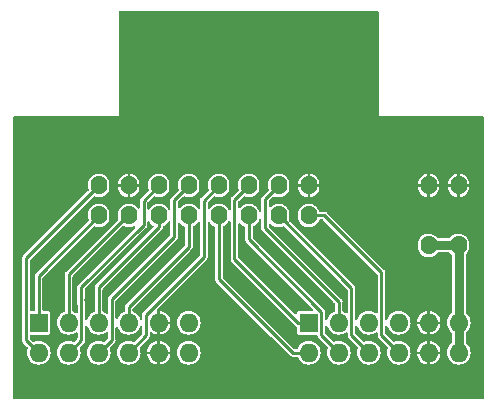
<source format=gtl>
G04 #@! TF.GenerationSoftware,KiCad,Pcbnew,7.0.1*
G04 #@! TF.CreationDate,2023-03-15T08:41:10+09:00*
G04 #@! TF.ProjectId,Pmod_HUB75,506d6f64-5f48-4554-9237-352e6b696361,rev?*
G04 #@! TF.SameCoordinates,Original*
G04 #@! TF.FileFunction,Copper,L1,Top*
G04 #@! TF.FilePolarity,Positive*
%FSLAX46Y46*%
G04 Gerber Fmt 4.6, Leading zero omitted, Abs format (unit mm)*
G04 Created by KiCad (PCBNEW 7.0.1) date 2023-03-15 08:41:10*
%MOMM*%
%LPD*%
G01*
G04 APERTURE LIST*
G04 #@! TA.AperFunction,ComponentPad*
%ADD10R,1.600000X1.600000*%
G04 #@! TD*
G04 #@! TA.AperFunction,ComponentPad*
%ADD11O,1.600000X1.600000*%
G04 #@! TD*
G04 #@! TA.AperFunction,ComponentPad*
%ADD12O,1.400000X1.600000*%
G04 #@! TD*
G04 #@! TA.AperFunction,ViaPad*
%ADD13C,0.800000*%
G04 #@! TD*
G04 #@! TA.AperFunction,Conductor*
%ADD14C,0.250000*%
G04 #@! TD*
G04 #@! TA.AperFunction,Conductor*
%ADD15C,0.800000*%
G04 #@! TD*
G04 APERTURE END LIST*
D10*
G04 #@! TO.P,J1,1,Pin_1*
G04 #@! TO.N,/PMOD1_P1_D*
X5080000Y-34490000D03*
D11*
G04 #@! TO.P,J1,2,Pin_2*
G04 #@! TO.N,/PMOD1_P2_LAT*
X7620000Y-34490000D03*
G04 #@! TO.P,J1,3,Pin_3*
G04 #@! TO.N,unconnected-(J1-Pin_3-Pad3)*
X10160000Y-34490000D03*
G04 #@! TO.P,J1,4,Pin_4*
G04 #@! TO.N,unconnected-(J1-Pin_4-Pad4)*
X12700000Y-34490000D03*
G04 #@! TO.P,J1,5,Pin_5*
G04 #@! TO.N,GND*
X15240000Y-34490000D03*
G04 #@! TO.P,J1,6,Pin_6*
G04 #@! TO.N,+3V3*
X17780000Y-34490000D03*
G04 #@! TO.P,J1,7,Pin_7*
G04 #@! TO.N,/PMOD1_P7_A*
X5080000Y-37030000D03*
G04 #@! TO.P,J1,8,Pin_8*
G04 #@! TO.N,/PMOD1_P8_C*
X7620000Y-37030000D03*
G04 #@! TO.P,J1,9,Pin_9*
G04 #@! TO.N,/PMOD1_P9_CLK*
X10160000Y-37030000D03*
G04 #@! TO.P,J1,10,Pin_10*
G04 #@! TO.N,/PMOD1_P10_OE*
X12700000Y-37030000D03*
G04 #@! TO.P,J1,11,Pin_11*
G04 #@! TO.N,GND*
X15240000Y-37030000D03*
G04 #@! TO.P,J1,12,Pin_12*
G04 #@! TO.N,+3V3*
X17780000Y-37030000D03*
G04 #@! TD*
D12*
G04 #@! TO.P,J5,1,Pin_1*
G04 #@! TO.N,GND*
X15240000Y-22860000D03*
G04 #@! TO.P,J5,2,Pin_2*
X17780000Y-22860000D03*
G04 #@! TD*
G04 #@! TO.P,J3,1,Pin_1*
G04 #@! TO.N,/PMOD0_P1_R1*
X-12685000Y-25405000D03*
G04 #@! TO.P,J3,2,Pin_2*
G04 #@! TO.N,/PMOD0_P7_G1*
X-12685000Y-22865000D03*
G04 #@! TO.P,J3,3,Pin_3*
G04 #@! TO.N,/PMOD0_P2_B1*
X-10145000Y-25405000D03*
G04 #@! TO.P,J3,4,Pin_4*
G04 #@! TO.N,GND*
X-10145000Y-22865000D03*
G04 #@! TO.P,J3,5,Pin_5*
G04 #@! TO.N,/PMOD0_P3_R2*
X-7605000Y-25405000D03*
G04 #@! TO.P,J3,6,Pin_6*
G04 #@! TO.N,/PMOD0_P8_G2*
X-7605000Y-22865000D03*
G04 #@! TO.P,J3,7,Pin_7*
G04 #@! TO.N,/PMOD0_P4_B2*
X-5065000Y-25405000D03*
G04 #@! TO.P,J3,8,Pin_8*
G04 #@! TO.N,/PMOD0_P9_E*
X-5065000Y-22865000D03*
G04 #@! TO.P,J3,9,Pin_9*
G04 #@! TO.N,/PMOD1_P7_A*
X-2525000Y-25405000D03*
G04 #@! TO.P,J3,10,Pin_10*
G04 #@! TO.N,/PMOD0_P10_B*
X-2525000Y-22865000D03*
G04 #@! TO.P,J3,11,Pin_11*
G04 #@! TO.N,/PMOD1_P8_C*
X15000Y-25405000D03*
G04 #@! TO.P,J3,12,Pin_12*
G04 #@! TO.N,/PMOD1_P1_D*
X15000Y-22865000D03*
G04 #@! TO.P,J3,13,Pin_13*
G04 #@! TO.N,/PMOD1_P9_CLK*
X2555000Y-25405000D03*
G04 #@! TO.P,J3,14,Pin_14*
G04 #@! TO.N,/PMOD1_P2_LAT*
X2555000Y-22865000D03*
G04 #@! TO.P,J3,15,Pin_15*
G04 #@! TO.N,/PMOD1_P10_OE*
X5095000Y-25405000D03*
G04 #@! TO.P,J3,16,Pin_16*
G04 #@! TO.N,GND*
X5095000Y-22865000D03*
G04 #@! TD*
D10*
G04 #@! TO.P,J2,1,Pin_1*
G04 #@! TO.N,/PMOD0_P1_R1*
X-17780000Y-34490000D03*
D11*
G04 #@! TO.P,J2,2,Pin_2*
G04 #@! TO.N,/PMOD0_P2_B1*
X-15240000Y-34490000D03*
G04 #@! TO.P,J2,3,Pin_3*
G04 #@! TO.N,/PMOD0_P3_R2*
X-12700000Y-34490000D03*
G04 #@! TO.P,J2,4,Pin_4*
G04 #@! TO.N,/PMOD0_P4_B2*
X-10160000Y-34490000D03*
G04 #@! TO.P,J2,5,Pin_5*
G04 #@! TO.N,GND*
X-7620000Y-34490000D03*
G04 #@! TO.P,J2,6,Pin_6*
G04 #@! TO.N,+3V3*
X-5080000Y-34490000D03*
G04 #@! TO.P,J2,7,Pin_7*
G04 #@! TO.N,/PMOD0_P7_G1*
X-17780000Y-37030000D03*
G04 #@! TO.P,J2,8,Pin_8*
G04 #@! TO.N,/PMOD0_P8_G2*
X-15240000Y-37030000D03*
G04 #@! TO.P,J2,9,Pin_9*
G04 #@! TO.N,/PMOD0_P9_E*
X-12700000Y-37030000D03*
G04 #@! TO.P,J2,10,Pin_10*
G04 #@! TO.N,/PMOD0_P10_B*
X-10160000Y-37030000D03*
G04 #@! TO.P,J2,11,Pin_11*
G04 #@! TO.N,GND*
X-7620000Y-37030000D03*
G04 #@! TO.P,J2,12,Pin_12*
G04 #@! TO.N,+3V3*
X-5080000Y-37030000D03*
G04 #@! TD*
D12*
G04 #@! TO.P,J4,1,Pin_1*
G04 #@! TO.N,+3V3*
X15240000Y-27940000D03*
G04 #@! TO.P,J4,2,Pin_2*
X17780000Y-27940000D03*
G04 #@! TD*
D13*
G04 #@! TO.N,GND*
X8100000Y-21400000D03*
X-15100000Y-20600000D03*
X-8800000Y-20400000D03*
X-3600000Y-20400000D03*
X3900000Y-20400000D03*
X8400000Y-25600000D03*
X11500000Y-29000000D03*
X-18800000Y-21600000D03*
X-18800000Y-27600000D03*
X-13900000Y-30200000D03*
X-11600000Y-31500000D03*
X7500000Y-31400000D03*
X4000000Y-35900000D03*
X10500000Y-32600000D03*
X6600000Y-32800000D03*
X1000000Y-27300000D03*
X3400000Y-27300000D03*
X5300000Y-26900000D03*
X4500000Y-33000000D03*
X-400000Y-28700000D03*
X-1700000Y-29700000D03*
X-3300000Y-29600000D03*
X-10600000Y-26800000D03*
X-13200000Y-27000000D03*
X-13500000Y-32600000D03*
X-7100000Y-26900000D03*
X-10900000Y-33100000D03*
X-5800000Y-27700000D03*
X-4600000Y-28600000D03*
X-14000000Y-25600000D03*
X-17000000Y-30800000D03*
X-18100000Y-29700000D03*
G04 #@! TD*
D14*
G04 #@! TO.N,/PMOD1_P2_LAT*
X7620000Y-32720000D02*
X7620000Y-34490000D01*
X1400000Y-26500000D02*
X7620000Y-32720000D01*
X1400000Y-24020000D02*
X1400000Y-26500000D01*
X2555000Y-22865000D02*
X1400000Y-24020000D01*
G04 #@! TO.N,/PMOD1_P8_C*
X15000Y-27415000D02*
X15000Y-25405000D01*
X6155000Y-35565000D02*
X6155000Y-33555000D01*
X7620000Y-37030000D02*
X6155000Y-35565000D01*
X6155000Y-33555000D02*
X15000Y-27415000D01*
G04 #@! TO.N,/PMOD0_P2_B1*
X-15240000Y-30400000D02*
X-15240000Y-34490000D01*
X-10245000Y-25405000D02*
X-15240000Y-30400000D01*
X-10145000Y-25405000D02*
X-10245000Y-25405000D01*
G04 #@! TO.N,/PMOD0_P8_G2*
X-8900000Y-24160000D02*
X-7605000Y-22865000D01*
X-14175000Y-31475000D02*
X-8900000Y-26200000D01*
X-14175000Y-32879595D02*
X-14175000Y-31475000D01*
X-14165000Y-32889595D02*
X-14175000Y-32879595D01*
X-8900000Y-26200000D02*
X-8900000Y-24160000D01*
X-14165000Y-35955000D02*
X-14165000Y-32889595D01*
X-15240000Y-37030000D02*
X-14165000Y-35955000D01*
G04 #@! TO.N,/PMOD0_P3_R2*
X-7605000Y-26405000D02*
X-12700000Y-31500000D01*
X-12700000Y-31500000D02*
X-12700000Y-34490000D01*
X-7605000Y-25405000D02*
X-7605000Y-26405000D01*
G04 #@! TO.N,/PMOD0_P9_E*
X-6300000Y-24100000D02*
X-6300000Y-27200000D01*
X-5065000Y-22865000D02*
X-6300000Y-24100000D01*
X-6300000Y-27200000D02*
X-11600000Y-32500000D01*
X-11600000Y-35930000D02*
X-11600000Y-32500000D01*
G04 #@! TO.N,/PMOD0_P4_B2*
X-5065000Y-28065000D02*
X-10160000Y-33160000D01*
X-5065000Y-25405000D02*
X-5065000Y-28065000D01*
X-10160000Y-33160000D02*
X-10160000Y-34490000D01*
G04 #@! TO.N,/PMOD0_P10_B*
X-3800000Y-28905000D02*
X-3800000Y-24140000D01*
X-8695000Y-33800000D02*
X-3800000Y-28905000D01*
X-3800000Y-24140000D02*
X-2525000Y-22865000D01*
X-8695000Y-35565000D02*
X-8695000Y-33800000D01*
D15*
G04 #@! TO.N,+3V3*
X17780000Y-27940000D02*
X15240000Y-27940000D01*
X17780000Y-34490000D02*
X17780000Y-27940000D01*
X17780000Y-37030000D02*
X17780000Y-34490000D01*
D14*
G04 #@! TO.N,/PMOD0_P1_R1*
X-17780000Y-30500000D02*
X-17780000Y-34490000D01*
X-12685000Y-25405000D02*
X-17780000Y-30500000D01*
G04 #@! TO.N,/PMOD0_P7_G1*
X-18855000Y-29035000D02*
X-12685000Y-22865000D01*
X-18855000Y-35955000D02*
X-18855000Y-29035000D01*
X-17780000Y-37030000D02*
X-18855000Y-35955000D01*
G04 #@! TO.N,/PMOD0_P9_E*
X-12700000Y-37030000D02*
X-11600000Y-35930000D01*
G04 #@! TO.N,/PMOD0_P10_B*
X-10160000Y-37030000D02*
X-8695000Y-35565000D01*
G04 #@! TO.N,/PMOD1_P1_D*
X-1200000Y-24080000D02*
X15000Y-22865000D01*
X4190000Y-34490000D02*
X-1200000Y-29100000D01*
X5080000Y-34490000D02*
X4190000Y-34490000D01*
X-1200000Y-29100000D02*
X-1200000Y-24080000D01*
G04 #@! TO.N,/PMOD1_P7_A*
X5080000Y-37030000D02*
X3730000Y-37030000D01*
X-2525000Y-30775000D02*
X-2525000Y-25405000D01*
X3730000Y-37030000D02*
X-2525000Y-30775000D01*
G04 #@! TO.N,/PMOD1_P9_CLK*
X8695000Y-31545000D02*
X2555000Y-25405000D01*
X8695000Y-35565000D02*
X8695000Y-31545000D01*
X10160000Y-37030000D02*
X8695000Y-35565000D01*
G04 #@! TO.N,/PMOD1_P10_OE*
X6405000Y-25405000D02*
X5095000Y-25405000D01*
X11235000Y-30235000D02*
X6405000Y-25405000D01*
X11235000Y-35565000D02*
X11235000Y-30235000D01*
X12700000Y-37030000D02*
X11235000Y-35565000D01*
G04 #@! TD*
G04 #@! TA.AperFunction,Conductor*
G04 #@! TO.N,GND*
G36*
X1017652Y-25693758D02*
G01*
X1059088Y-25730289D01*
X1074500Y-25783336D01*
X1074500Y-26481466D01*
X1074123Y-26490096D01*
X1070735Y-26528807D01*
X1080795Y-26566350D01*
X1082663Y-26574778D01*
X1089411Y-26613042D01*
X1089412Y-26613045D01*
X1090166Y-26614352D01*
X1100055Y-26638225D01*
X1100446Y-26639685D01*
X1122732Y-26671514D01*
X1127370Y-26678794D01*
X1146803Y-26712452D01*
X1146805Y-26712454D01*
X1146806Y-26712455D01*
X1176583Y-26737441D01*
X1182938Y-26743264D01*
X7265504Y-32825831D01*
X7286964Y-32857949D01*
X7294500Y-32895835D01*
X7294500Y-33470190D01*
X7280415Y-33521086D01*
X7242168Y-33557500D01*
X7061463Y-33654088D01*
X6909117Y-33779117D01*
X6784088Y-33931463D01*
X6691185Y-34105272D01*
X6674237Y-34161144D01*
X6643795Y-34207686D01*
X6593064Y-34230472D01*
X6538053Y-34222312D01*
X6496120Y-34185781D01*
X6480500Y-34132406D01*
X6480500Y-33573526D01*
X6480877Y-33564897D01*
X6484263Y-33526194D01*
X6484263Y-33526193D01*
X6474199Y-33488638D01*
X6472335Y-33480223D01*
X6465589Y-33441958D01*
X6465588Y-33441956D01*
X6465588Y-33441955D01*
X6464834Y-33440650D01*
X6454943Y-33416768D01*
X6454554Y-33415317D01*
X6454554Y-33415316D01*
X6432257Y-33383473D01*
X6427626Y-33376203D01*
X6408193Y-33342543D01*
X6378434Y-33317573D01*
X6372066Y-33311739D01*
X369496Y-27309170D01*
X348036Y-27277052D01*
X340500Y-27239166D01*
X340500Y-26410089D01*
X356472Y-26356170D01*
X399233Y-26319648D01*
X467730Y-26289151D01*
X620871Y-26177888D01*
X747533Y-26037216D01*
X842179Y-25873284D01*
X867054Y-25796727D01*
X881346Y-25752743D01*
X912395Y-25707055D01*
X963092Y-25685117D01*
X1017652Y-25693758D01*
G37*
G04 #@! TD.AperFunction*
G04 #@! TA.AperFunction,Conductor*
G36*
X-4175000Y-25962476D02*
G01*
X-4138763Y-25998712D01*
X-4125500Y-26048212D01*
X-4125500Y-28729165D01*
X-4133036Y-28767051D01*
X-4154496Y-28799169D01*
X-8912056Y-33556730D01*
X-8918423Y-33562564D01*
X-8948194Y-33587545D01*
X-8967633Y-33621215D01*
X-8972260Y-33628477D01*
X-8994554Y-33660316D01*
X-8994942Y-33661765D01*
X-8994943Y-33661768D01*
X-9004834Y-33685650D01*
X-9005588Y-33686955D01*
X-9007843Y-33699745D01*
X-9012335Y-33725220D01*
X-9014203Y-33733647D01*
X-9024264Y-33771193D01*
X-9020877Y-33809904D01*
X-9020500Y-33818534D01*
X-9020500Y-34132406D01*
X-9036120Y-34185781D01*
X-9078053Y-34222312D01*
X-9133064Y-34230472D01*
X-9183795Y-34207686D01*
X-9214237Y-34161144D01*
X-9231185Y-34105272D01*
X-9324088Y-33931463D01*
X-9449117Y-33779117D01*
X-9601463Y-33654088D01*
X-9782168Y-33557500D01*
X-9820415Y-33521086D01*
X-9834500Y-33470190D01*
X-9834500Y-33335834D01*
X-9826964Y-33297948D01*
X-9805504Y-33265830D01*
X-4847942Y-28308268D01*
X-4841574Y-28302434D01*
X-4811805Y-28277454D01*
X-4792370Y-28243794D01*
X-4787732Y-28236514D01*
X-4765446Y-28204685D01*
X-4765055Y-28203225D01*
X-4755166Y-28179352D01*
X-4754412Y-28178045D01*
X-4747662Y-28139769D01*
X-4745794Y-28131343D01*
X-4735736Y-28093806D01*
X-4739123Y-28055104D01*
X-4739500Y-28046475D01*
X-4739500Y-26410089D01*
X-4723528Y-26356170D01*
X-4680767Y-26319648D01*
X-4612270Y-26289151D01*
X-4459129Y-26177888D01*
X-4459126Y-26177886D01*
X-4332465Y-26037214D01*
X-4310236Y-25998712D01*
X-4274000Y-25962475D01*
X-4224500Y-25949212D01*
X-4175000Y-25962476D01*
G37*
G04 #@! TD.AperFunction*
G04 #@! TA.AperFunction,Conductor*
G36*
X-8426000Y-25910514D02*
G01*
X-8389764Y-25946748D01*
X-8337533Y-26037216D01*
X-8210871Y-26177888D01*
X-8088806Y-26266572D01*
X-8054574Y-26311185D01*
X-8050161Y-26367247D01*
X-8076994Y-26416668D01*
X-12917056Y-31256730D01*
X-12923423Y-31262564D01*
X-12953194Y-31287545D01*
X-12972633Y-31321215D01*
X-12977260Y-31328477D01*
X-12999554Y-31360316D01*
X-12999645Y-31360656D01*
X-12999943Y-31361768D01*
X-13009834Y-31385650D01*
X-13010588Y-31386955D01*
X-13014081Y-31406768D01*
X-13017335Y-31425220D01*
X-13019205Y-31433655D01*
X-13029264Y-31471193D01*
X-13025877Y-31509904D01*
X-13025500Y-31518534D01*
X-13025500Y-33470190D01*
X-13039585Y-33521086D01*
X-13077832Y-33557500D01*
X-13258536Y-33654088D01*
X-13297001Y-33685656D01*
X-13410883Y-33779117D01*
X-13449500Y-33826172D01*
X-13535911Y-33931463D01*
X-13628814Y-34105272D01*
X-13645763Y-34161144D01*
X-13676205Y-34207686D01*
X-13726936Y-34230472D01*
X-13781947Y-34222312D01*
X-13823880Y-34185781D01*
X-13839500Y-34132406D01*
X-13839500Y-32908121D01*
X-13839123Y-32899492D01*
X-13835736Y-32860787D01*
X-13845796Y-32823242D01*
X-13847660Y-32814841D01*
X-13847991Y-32812959D01*
X-13849500Y-32795747D01*
X-13849500Y-31650834D01*
X-13841964Y-31612948D01*
X-13820504Y-31580830D01*
X-8682942Y-26443268D01*
X-8676574Y-26437434D01*
X-8646805Y-26412454D01*
X-8627370Y-26378794D01*
X-8622732Y-26371514D01*
X-8600446Y-26339685D01*
X-8600055Y-26338224D01*
X-8590165Y-26314350D01*
X-8589411Y-26313045D01*
X-8582664Y-26274780D01*
X-8580795Y-26266350D01*
X-8570735Y-26228806D01*
X-8574123Y-26190091D01*
X-8574500Y-26181462D01*
X-8574500Y-25996250D01*
X-8561237Y-25946750D01*
X-8525000Y-25910513D01*
X-8475500Y-25897250D01*
X-8426000Y-25910514D01*
G37*
G04 #@! TD.AperFunction*
G04 #@! TA.AperFunction,Conductor*
G36*
X-5801929Y-26032334D02*
G01*
X-5670873Y-26177886D01*
X-5670871Y-26177888D01*
X-5517730Y-26289151D01*
X-5449233Y-26319648D01*
X-5406472Y-26356170D01*
X-5390500Y-26410089D01*
X-5390500Y-27889166D01*
X-5398036Y-27927052D01*
X-5419496Y-27959170D01*
X-10377056Y-32916730D01*
X-10383423Y-32922564D01*
X-10413194Y-32947545D01*
X-10432633Y-32981215D01*
X-10437260Y-32988477D01*
X-10459554Y-33020316D01*
X-10459942Y-33021765D01*
X-10459943Y-33021768D01*
X-10469834Y-33045650D01*
X-10470588Y-33046955D01*
X-10476543Y-33080732D01*
X-10477335Y-33085220D01*
X-10479205Y-33093655D01*
X-10489264Y-33131193D01*
X-10485877Y-33169904D01*
X-10485500Y-33178534D01*
X-10485500Y-33470190D01*
X-10499585Y-33521086D01*
X-10537832Y-33557500D01*
X-10718536Y-33654088D01*
X-10757001Y-33685656D01*
X-10870883Y-33779117D01*
X-10909500Y-33826172D01*
X-10995911Y-33931463D01*
X-11088190Y-34104104D01*
X-11123773Y-34141847D01*
X-11173556Y-34156417D01*
X-11223874Y-34143813D01*
X-11260911Y-34107496D01*
X-11274500Y-34057436D01*
X-11274500Y-32675834D01*
X-11266964Y-32637948D01*
X-11245504Y-32605830D01*
X-6082942Y-27443268D01*
X-6076574Y-27437434D01*
X-6046805Y-27412454D01*
X-6027370Y-27378794D01*
X-6022732Y-27371514D01*
X-6000446Y-27339685D01*
X-6000055Y-27338225D01*
X-5990166Y-27314352D01*
X-5989412Y-27313045D01*
X-5989411Y-27313042D01*
X-5982663Y-27274778D01*
X-5980795Y-27266350D01*
X-5970735Y-27228806D01*
X-5974123Y-27190092D01*
X-5974500Y-27181463D01*
X-5974500Y-26098578D01*
X-5957088Y-26042504D01*
X-5910978Y-26006154D01*
X-5852389Y-26002313D01*
X-5801929Y-26032334D01*
G37*
G04 #@! TD.AperFunction*
G04 #@! TA.AperFunction,Conductor*
G36*
X-701929Y-26054546D02*
G01*
X-632772Y-26131353D01*
X-590871Y-26177888D01*
X-437730Y-26289151D01*
X-369233Y-26319648D01*
X-326472Y-26356170D01*
X-310500Y-26410089D01*
X-310500Y-27396466D01*
X-310877Y-27405096D01*
X-313706Y-27437434D01*
X-314264Y-27443807D01*
X-304201Y-27481359D01*
X-302335Y-27489777D01*
X-295588Y-27528045D01*
X-294838Y-27529343D01*
X-284942Y-27553232D01*
X-284554Y-27554684D01*
X-262254Y-27586529D01*
X-257632Y-27593785D01*
X-238194Y-27627455D01*
X-208414Y-27652442D01*
X-202070Y-27658254D01*
X4525329Y-32385656D01*
X5460169Y-33320496D01*
X5487263Y-33371186D01*
X5481629Y-33428386D01*
X5445166Y-33472815D01*
X5390165Y-33489500D01*
X4260252Y-33489500D01*
X4232556Y-33495009D01*
X4201768Y-33501133D01*
X4135447Y-33545447D01*
X4091133Y-33611768D01*
X4091132Y-33611769D01*
X4091133Y-33611769D01*
X4081477Y-33660316D01*
X4079500Y-33670253D01*
X4079500Y-33680166D01*
X4062815Y-33735167D01*
X4018386Y-33771630D01*
X3961186Y-33777264D01*
X3910496Y-33750170D01*
X-845504Y-28994170D01*
X-866964Y-28962052D01*
X-874500Y-28924166D01*
X-874500Y-26120790D01*
X-857088Y-26064716D01*
X-810978Y-26028366D01*
X-752389Y-26024525D01*
X-701929Y-26054546D01*
G37*
G04 #@! TD.AperFunction*
G04 #@! TA.AperFunction,Conductor*
G36*
X-6675000Y-25893192D02*
G01*
X-6638764Y-25929429D01*
X-6625500Y-25978929D01*
X-6625500Y-27024166D01*
X-6633036Y-27062052D01*
X-6654496Y-27094170D01*
X-11817056Y-32256730D01*
X-11823423Y-32262564D01*
X-11853194Y-32287545D01*
X-11872633Y-32321215D01*
X-11877260Y-32328477D01*
X-11899554Y-32360316D01*
X-11899942Y-32361765D01*
X-11899943Y-32361768D01*
X-11909834Y-32385650D01*
X-11910588Y-32386955D01*
X-11916543Y-32420732D01*
X-11917335Y-32425220D01*
X-11919205Y-32433655D01*
X-11929264Y-32471193D01*
X-11925877Y-32509904D01*
X-11925500Y-32518534D01*
X-11925500Y-33622008D01*
X-11940860Y-33674973D01*
X-11982172Y-33711503D01*
X-12036619Y-33720263D01*
X-12087306Y-33698535D01*
X-12141462Y-33654088D01*
X-12322168Y-33557500D01*
X-12360415Y-33521086D01*
X-12374500Y-33470190D01*
X-12374500Y-31675834D01*
X-12366964Y-31637948D01*
X-12345504Y-31605830D01*
X-7387942Y-26648268D01*
X-7381574Y-26642434D01*
X-7351805Y-26617454D01*
X-7332370Y-26583794D01*
X-7327732Y-26576514D01*
X-7305446Y-26544685D01*
X-7305055Y-26543225D01*
X-7295166Y-26519352D01*
X-7294412Y-26518045D01*
X-7287662Y-26479769D01*
X-7285794Y-26471343D01*
X-7275736Y-26433805D01*
X-7277134Y-26417831D01*
X-7263812Y-26358956D01*
X-7218777Y-26318762D01*
X-7208867Y-26314350D01*
X-7184866Y-26303663D01*
X-7152272Y-26289152D01*
X-7152271Y-26289151D01*
X-7152270Y-26289151D01*
X-6999129Y-26177888D01*
X-6999126Y-26177886D01*
X-6872468Y-26037218D01*
X-6848815Y-25996250D01*
X-6810235Y-25929427D01*
X-6774000Y-25893193D01*
X-6724500Y-25879929D01*
X-6675000Y-25893192D01*
G37*
G04 #@! TD.AperFunction*
G04 #@! TA.AperFunction,Conductor*
G36*
X1898071Y-26121183D02*
G01*
X1949126Y-26177886D01*
X1949129Y-26177888D01*
X2102270Y-26289151D01*
X2275197Y-26366144D01*
X2460354Y-26405500D01*
X2649644Y-26405500D01*
X2649646Y-26405500D01*
X2834803Y-26366144D01*
X2925569Y-26325730D01*
X2983877Y-26318829D01*
X3035840Y-26346166D01*
X5695866Y-29006193D01*
X8340504Y-31650831D01*
X8361964Y-31682949D01*
X8369500Y-31720835D01*
X8369500Y-33601490D01*
X8354141Y-33654455D01*
X8312828Y-33690985D01*
X8258381Y-33699745D01*
X8207695Y-33678018D01*
X8178537Y-33654088D01*
X7997832Y-33557500D01*
X7959585Y-33521086D01*
X7945500Y-33470190D01*
X7945500Y-32738523D01*
X7945877Y-32729894D01*
X7949263Y-32691194D01*
X7945147Y-32675834D01*
X7939199Y-32653638D01*
X7937335Y-32645223D01*
X7936052Y-32637948D01*
X7930588Y-32606955D01*
X7929834Y-32605650D01*
X7919943Y-32581768D01*
X7919554Y-32580317D01*
X7919554Y-32580316D01*
X7897257Y-32548473D01*
X7892626Y-32541203D01*
X7873193Y-32507543D01*
X7843434Y-32482573D01*
X7837066Y-32476739D01*
X1754496Y-26394170D01*
X1733036Y-26362052D01*
X1725500Y-26324166D01*
X1725500Y-26187427D01*
X1742912Y-26131353D01*
X1789022Y-26095003D01*
X1847611Y-26091162D01*
X1898071Y-26121183D01*
G37*
G04 #@! TD.AperFunction*
G04 #@! TA.AperFunction,Conductor*
G36*
X-10584767Y-26294922D02*
G01*
X-10424803Y-26366144D01*
X-10239646Y-26405500D01*
X-10050356Y-26405500D01*
X-10050354Y-26405500D01*
X-9865197Y-26366144D01*
X-9742603Y-26311561D01*
X-9688900Y-26303918D01*
X-9639231Y-26325721D01*
X-9608507Y-26370425D01*
X-9605952Y-26424609D01*
X-9632332Y-26472006D01*
X-14392056Y-31231730D01*
X-14398423Y-31237564D01*
X-14428194Y-31262545D01*
X-14447633Y-31296215D01*
X-14452260Y-31303477D01*
X-14474554Y-31335316D01*
X-14474942Y-31336765D01*
X-14474943Y-31336768D01*
X-14484834Y-31360650D01*
X-14485588Y-31361955D01*
X-14491543Y-31395732D01*
X-14492335Y-31400220D01*
X-14494203Y-31408647D01*
X-14500904Y-31433655D01*
X-14504264Y-31446193D01*
X-14500877Y-31484904D01*
X-14500500Y-31493534D01*
X-14500500Y-32861061D01*
X-14500877Y-32869691D01*
X-14504239Y-32908121D01*
X-14504264Y-32908402D01*
X-14494202Y-32945949D01*
X-14492333Y-32954388D01*
X-14492001Y-32956273D01*
X-14490500Y-32973445D01*
X-14490500Y-33601490D01*
X-14505859Y-33654455D01*
X-14547172Y-33690985D01*
X-14601619Y-33699745D01*
X-14652305Y-33678018D01*
X-14681462Y-33654088D01*
X-14862168Y-33557500D01*
X-14900415Y-33521086D01*
X-14914500Y-33470190D01*
X-14914500Y-30575834D01*
X-14906964Y-30537948D01*
X-14885504Y-30505830D01*
X-10695034Y-26315360D01*
X-10643071Y-26288022D01*
X-10584767Y-26294922D01*
G37*
G04 #@! TD.AperFunction*
G04 #@! TA.AperFunction,Conductor*
G36*
X10950500Y-8088763D02*
G01*
X10986737Y-8125000D01*
X11000000Y-8174500D01*
X11000000Y-17000000D01*
X19825500Y-17000000D01*
X19875000Y-17013263D01*
X19911237Y-17049500D01*
X19924500Y-17099000D01*
X19924500Y-40825500D01*
X19911237Y-40875000D01*
X19875000Y-40911237D01*
X19825500Y-40924500D01*
X-19825500Y-40924500D01*
X-19875000Y-40911237D01*
X-19911237Y-40875000D01*
X-19924500Y-40825500D01*
X-19924500Y-35983807D01*
X-19184264Y-35983807D01*
X-19174201Y-36021359D01*
X-19172335Y-36029777D01*
X-19165588Y-36068045D01*
X-19164838Y-36069343D01*
X-19154942Y-36093232D01*
X-19154554Y-36094684D01*
X-19132254Y-36126529D01*
X-19127632Y-36133785D01*
X-19108194Y-36167455D01*
X-19078424Y-36192434D01*
X-19072070Y-36198254D01*
X-18731274Y-36539050D01*
X-18705247Y-36584997D01*
X-18706543Y-36637791D01*
X-18708811Y-36645267D01*
X-18708814Y-36645273D01*
X-18726780Y-36704500D01*
X-18766025Y-36833871D01*
X-18766034Y-36833965D01*
X-18785341Y-37030000D01*
X-18766024Y-37226132D01*
X-18708814Y-37414727D01*
X-18615910Y-37588538D01*
X-18490883Y-37740883D01*
X-18338538Y-37865910D01*
X-18164727Y-37958814D01*
X-17976132Y-38016024D01*
X-17780000Y-38035341D01*
X-17583868Y-38016024D01*
X-17489570Y-37987419D01*
X-17395272Y-37958814D01*
X-17221463Y-37865911D01*
X-17198298Y-37846900D01*
X-17069117Y-37740883D01*
X-16944090Y-37588538D01*
X-16944088Y-37588536D01*
X-16851185Y-37414727D01*
X-16793975Y-37226130D01*
X-16774658Y-37030000D01*
X-16245341Y-37030000D01*
X-16226024Y-37226132D01*
X-16168814Y-37414727D01*
X-16075910Y-37588538D01*
X-15950883Y-37740883D01*
X-15798538Y-37865910D01*
X-15624727Y-37958814D01*
X-15436132Y-38016024D01*
X-15240000Y-38035341D01*
X-15043868Y-38016024D01*
X-14949570Y-37987419D01*
X-14855272Y-37958814D01*
X-14681463Y-37865911D01*
X-14658298Y-37846900D01*
X-14529117Y-37740883D01*
X-14404090Y-37588538D01*
X-14404088Y-37588536D01*
X-14311185Y-37414727D01*
X-14253975Y-37226130D01*
X-14234658Y-37030000D01*
X-14253975Y-36833869D01*
X-14313455Y-36637790D01*
X-14314751Y-36584997D01*
X-14288722Y-36539048D01*
X-13947942Y-36198268D01*
X-13941574Y-36192434D01*
X-13911805Y-36167454D01*
X-13892370Y-36133794D01*
X-13887732Y-36126514D01*
X-13865446Y-36094685D01*
X-13865055Y-36093225D01*
X-13855166Y-36069352D01*
X-13854412Y-36068045D01*
X-13854411Y-36068042D01*
X-13847663Y-36029778D01*
X-13845795Y-36021350D01*
X-13835735Y-35983806D01*
X-13839123Y-35945092D01*
X-13839500Y-35936463D01*
X-13839500Y-34847594D01*
X-13823880Y-34794219D01*
X-13781947Y-34757688D01*
X-13726936Y-34749528D01*
X-13676205Y-34772314D01*
X-13645763Y-34818856D01*
X-13640505Y-34836187D01*
X-13628814Y-34874727D01*
X-13535910Y-35048538D01*
X-13410883Y-35200883D01*
X-13258538Y-35325910D01*
X-13084727Y-35418814D01*
X-12896132Y-35476024D01*
X-12700000Y-35495341D01*
X-12503868Y-35476024D01*
X-12409570Y-35447419D01*
X-12315272Y-35418814D01*
X-12141462Y-35325911D01*
X-12087306Y-35281465D01*
X-12036619Y-35259737D01*
X-11982172Y-35268497D01*
X-11940860Y-35305027D01*
X-11925500Y-35357992D01*
X-11925500Y-35754166D01*
X-11933036Y-35792052D01*
X-11954496Y-35824170D01*
X-12209048Y-36078722D01*
X-12254997Y-36104751D01*
X-12307790Y-36103455D01*
X-12503869Y-36043975D01*
X-12700000Y-36024658D01*
X-12896130Y-36043975D01*
X-13084727Y-36101185D01*
X-13258536Y-36194088D01*
X-13300501Y-36228528D01*
X-13410883Y-36319117D01*
X-13516900Y-36448298D01*
X-13535911Y-36471463D01*
X-13628814Y-36645272D01*
X-13657418Y-36739570D01*
X-13686024Y-36833868D01*
X-13705341Y-37030000D01*
X-13686024Y-37226132D01*
X-13628814Y-37414727D01*
X-13535910Y-37588538D01*
X-13410883Y-37740883D01*
X-13258538Y-37865910D01*
X-13084727Y-37958814D01*
X-12896132Y-38016024D01*
X-12700000Y-38035341D01*
X-12503868Y-38016024D01*
X-12409570Y-37987419D01*
X-12315272Y-37958814D01*
X-12141463Y-37865911D01*
X-12118298Y-37846900D01*
X-11989117Y-37740883D01*
X-11864090Y-37588538D01*
X-11864088Y-37588536D01*
X-11771185Y-37414727D01*
X-11713975Y-37226130D01*
X-11694658Y-37029999D01*
X-11713975Y-36833869D01*
X-11773455Y-36637790D01*
X-11774751Y-36584997D01*
X-11748722Y-36539048D01*
X-11382942Y-36173268D01*
X-11376574Y-36167434D01*
X-11346805Y-36142454D01*
X-11327370Y-36108794D01*
X-11322732Y-36101514D01*
X-11300446Y-36069685D01*
X-11300055Y-36068225D01*
X-11290166Y-36044352D01*
X-11289412Y-36043045D01*
X-11287995Y-36035010D01*
X-11282663Y-36004778D01*
X-11280795Y-35996350D01*
X-11270735Y-35958807D01*
X-11274123Y-35920096D01*
X-11274500Y-35911466D01*
X-11274500Y-34922564D01*
X-11260911Y-34872504D01*
X-11223874Y-34836187D01*
X-11173556Y-34823583D01*
X-11123773Y-34838153D01*
X-11088190Y-34875896D01*
X-11063245Y-34922564D01*
X-10995910Y-35048538D01*
X-10870883Y-35200883D01*
X-10718538Y-35325910D01*
X-10544727Y-35418814D01*
X-10356132Y-35476024D01*
X-10160000Y-35495341D01*
X-9963868Y-35476024D01*
X-9869570Y-35447419D01*
X-9775272Y-35418814D01*
X-9601463Y-35325911D01*
X-9564977Y-35295967D01*
X-9449117Y-35200883D01*
X-9324090Y-35048538D01*
X-9324088Y-35048536D01*
X-9231185Y-34874727D01*
X-9214237Y-34818856D01*
X-9183795Y-34772314D01*
X-9133064Y-34749528D01*
X-9078053Y-34757688D01*
X-9036120Y-34794219D01*
X-9020500Y-34847594D01*
X-9020500Y-35389166D01*
X-9028036Y-35427052D01*
X-9049496Y-35459170D01*
X-9669048Y-36078722D01*
X-9714997Y-36104751D01*
X-9767790Y-36103455D01*
X-9963869Y-36043975D01*
X-10160000Y-36024658D01*
X-10356130Y-36043975D01*
X-10544727Y-36101185D01*
X-10718536Y-36194088D01*
X-10760501Y-36228528D01*
X-10870883Y-36319117D01*
X-10976900Y-36448298D01*
X-10995911Y-36471463D01*
X-11088814Y-36645272D01*
X-11117418Y-36739570D01*
X-11146024Y-36833868D01*
X-11165341Y-37030000D01*
X-11146024Y-37226132D01*
X-11088814Y-37414727D01*
X-10995910Y-37588538D01*
X-10870883Y-37740883D01*
X-10718538Y-37865910D01*
X-10544727Y-37958814D01*
X-10356132Y-38016024D01*
X-10160000Y-38035341D01*
X-9963868Y-38016024D01*
X-9869570Y-37987419D01*
X-9775272Y-37958814D01*
X-9601463Y-37865911D01*
X-9578298Y-37846900D01*
X-9449117Y-37740883D01*
X-9324090Y-37588538D01*
X-9324088Y-37588536D01*
X-9231185Y-37414727D01*
X-9173975Y-37226130D01*
X-9164507Y-37130000D01*
X-8614990Y-37130000D01*
X-8605530Y-37226034D01*
X-8548350Y-37414536D01*
X-8455495Y-37588254D01*
X-8330527Y-37740527D01*
X-8178254Y-37865495D01*
X-8004536Y-37958350D01*
X-7816034Y-38015530D01*
X-7720000Y-38024990D01*
X-7520000Y-38024990D01*
X-7423965Y-38015530D01*
X-7235463Y-37958350D01*
X-7061745Y-37865495D01*
X-6909472Y-37740527D01*
X-6784504Y-37588254D01*
X-6691649Y-37414536D01*
X-6634469Y-37226034D01*
X-6625010Y-37130000D01*
X-7519999Y-37130000D01*
X-7520000Y-37130001D01*
X-7520000Y-38024990D01*
X-7720000Y-38024990D01*
X-7720000Y-37130001D01*
X-7720001Y-37130000D01*
X-8614990Y-37130000D01*
X-9164507Y-37130000D01*
X-9154658Y-37030000D01*
X-6085341Y-37030000D01*
X-6066024Y-37226132D01*
X-6008814Y-37414727D01*
X-5915910Y-37588538D01*
X-5790883Y-37740883D01*
X-5638538Y-37865910D01*
X-5464727Y-37958814D01*
X-5276132Y-38016024D01*
X-5080000Y-38035341D01*
X-4883868Y-38016024D01*
X-4789570Y-37987419D01*
X-4695272Y-37958814D01*
X-4521463Y-37865911D01*
X-4498298Y-37846900D01*
X-4369117Y-37740883D01*
X-4244090Y-37588538D01*
X-4244088Y-37588536D01*
X-4151185Y-37414727D01*
X-4093975Y-37226130D01*
X-4074658Y-37029999D01*
X-4093975Y-36833869D01*
X-4151185Y-36645272D01*
X-4244088Y-36471463D01*
X-4369117Y-36319117D01*
X-4521463Y-36194088D01*
X-4695272Y-36101185D01*
X-4883869Y-36043975D01*
X-5080000Y-36024658D01*
X-5276130Y-36043975D01*
X-5464727Y-36101185D01*
X-5638536Y-36194088D01*
X-5680501Y-36228528D01*
X-5790883Y-36319117D01*
X-5896900Y-36448298D01*
X-5915911Y-36471463D01*
X-6008814Y-36645272D01*
X-6037418Y-36739570D01*
X-6066024Y-36833868D01*
X-6085341Y-37030000D01*
X-9154658Y-37030000D01*
X-9154658Y-37029999D01*
X-9164507Y-36930000D01*
X-8614990Y-36930000D01*
X-7720001Y-36930000D01*
X-7720000Y-36929999D01*
X-7720000Y-36035010D01*
X-7719999Y-36035009D01*
X-7520000Y-36035009D01*
X-7520000Y-36929999D01*
X-7519999Y-36930000D01*
X-6625009Y-36930000D01*
X-6634469Y-36833965D01*
X-6691649Y-36645463D01*
X-6784504Y-36471745D01*
X-6909472Y-36319472D01*
X-7061745Y-36194504D01*
X-7235463Y-36101649D01*
X-7423965Y-36044469D01*
X-7520000Y-36035009D01*
X-7719999Y-36035009D01*
X-7816034Y-36044469D01*
X-8004536Y-36101649D01*
X-8178254Y-36194504D01*
X-8330527Y-36319472D01*
X-8455495Y-36471745D01*
X-8548350Y-36645463D01*
X-8605530Y-36833965D01*
X-8614990Y-36930000D01*
X-9164507Y-36930000D01*
X-9173975Y-36833869D01*
X-9233455Y-36637790D01*
X-9234751Y-36584997D01*
X-9208722Y-36539048D01*
X-8477942Y-35808268D01*
X-8471574Y-35802434D01*
X-8441805Y-35777454D01*
X-8422370Y-35743794D01*
X-8417732Y-35736514D01*
X-8395446Y-35704685D01*
X-8395055Y-35703225D01*
X-8385166Y-35679352D01*
X-8384412Y-35678045D01*
X-8384411Y-35678042D01*
X-8377663Y-35639778D01*
X-8375795Y-35631350D01*
X-8365735Y-35593806D01*
X-8369123Y-35555092D01*
X-8369500Y-35546463D01*
X-8369500Y-35377864D01*
X-8354140Y-35324899D01*
X-8312828Y-35288369D01*
X-8258381Y-35279609D01*
X-8207695Y-35301336D01*
X-8178258Y-35325494D01*
X-8004536Y-35418350D01*
X-7816034Y-35475530D01*
X-7720000Y-35484990D01*
X-7520000Y-35484990D01*
X-7423965Y-35475530D01*
X-7235463Y-35418350D01*
X-7061745Y-35325495D01*
X-6909472Y-35200527D01*
X-6784504Y-35048254D01*
X-6691649Y-34874536D01*
X-6634469Y-34686034D01*
X-6625010Y-34590000D01*
X-7519999Y-34590000D01*
X-7520000Y-34590001D01*
X-7520000Y-35484990D01*
X-7720000Y-35484990D01*
X-7720000Y-34490000D01*
X-6085341Y-34490000D01*
X-6066024Y-34686132D01*
X-6008814Y-34874727D01*
X-5915910Y-35048538D01*
X-5790883Y-35200883D01*
X-5638538Y-35325910D01*
X-5464727Y-35418814D01*
X-5276132Y-35476024D01*
X-5080000Y-35495341D01*
X-4883868Y-35476024D01*
X-4789570Y-35447419D01*
X-4695272Y-35418814D01*
X-4521463Y-35325911D01*
X-4484977Y-35295967D01*
X-4369117Y-35200883D01*
X-4244090Y-35048538D01*
X-4244088Y-35048536D01*
X-4151185Y-34874727D01*
X-4093975Y-34686130D01*
X-4074658Y-34490000D01*
X-4093975Y-34293869D01*
X-4151185Y-34105272D01*
X-4244088Y-33931463D01*
X-4369117Y-33779117D01*
X-4521463Y-33654088D01*
X-4695272Y-33561185D01*
X-4883869Y-33503975D01*
X-5080000Y-33484658D01*
X-5276130Y-33503975D01*
X-5464727Y-33561185D01*
X-5638536Y-33654088D01*
X-5677001Y-33685656D01*
X-5790883Y-33779117D01*
X-5829500Y-33826172D01*
X-5915911Y-33931463D01*
X-6008814Y-34105272D01*
X-6033236Y-34185781D01*
X-6066024Y-34293868D01*
X-6085341Y-34490000D01*
X-7720000Y-34490000D01*
X-7720000Y-33495010D01*
X-7720001Y-33495009D01*
X-7520000Y-33495009D01*
X-7520000Y-34389999D01*
X-7519999Y-34390000D01*
X-6625009Y-34390000D01*
X-6634469Y-34293965D01*
X-6691649Y-34105463D01*
X-6784504Y-33931745D01*
X-6909472Y-33779472D01*
X-7061745Y-33654504D01*
X-7235463Y-33561649D01*
X-7423965Y-33504469D01*
X-7520000Y-33495009D01*
X-7720001Y-33495009D01*
X-7752516Y-33465539D01*
X-7750138Y-33462915D01*
X-7776445Y-33434581D01*
X-7784480Y-33375337D01*
X-7756944Y-33322270D01*
X-5953207Y-31518534D01*
X-3582936Y-29148263D01*
X-3576568Y-29142429D01*
X-3546806Y-29117455D01*
X-3527370Y-29083792D01*
X-3522731Y-29076510D01*
X-3500445Y-29044681D01*
X-3500054Y-29043222D01*
X-3490169Y-29019357D01*
X-3489410Y-29018043D01*
X-3482660Y-28979765D01*
X-3480792Y-28971338D01*
X-3470736Y-28933807D01*
X-3474104Y-28895316D01*
X-3474123Y-28895102D01*
X-3474500Y-28886475D01*
X-3474500Y-26030891D01*
X-3461237Y-25981391D01*
X-3425000Y-25945154D01*
X-3375500Y-25931891D01*
X-3326000Y-25945155D01*
X-3289764Y-25981389D01*
X-3257533Y-26037216D01*
X-3130871Y-26177888D01*
X-2977730Y-26289151D01*
X-2909233Y-26319648D01*
X-2866472Y-26356170D01*
X-2850500Y-26410089D01*
X-2850500Y-30756466D01*
X-2850876Y-30765093D01*
X-2854264Y-30803807D01*
X-2844201Y-30841359D01*
X-2842335Y-30849777D01*
X-2835588Y-30888045D01*
X-2834838Y-30889343D01*
X-2824942Y-30913232D01*
X-2824554Y-30914684D01*
X-2802254Y-30946529D01*
X-2797632Y-30953785D01*
X-2778194Y-30987455D01*
X-2748414Y-31012442D01*
X-2742070Y-31018254D01*
X1930311Y-35690637D01*
X3486730Y-37247056D01*
X3492564Y-37253423D01*
X3517545Y-37283194D01*
X3551215Y-37302633D01*
X3558477Y-37307260D01*
X3590316Y-37329554D01*
X3591765Y-37329942D01*
X3591768Y-37329943D01*
X3615650Y-37339834D01*
X3616955Y-37340588D01*
X3650732Y-37346543D01*
X3655220Y-37347335D01*
X3663647Y-37349203D01*
X3701193Y-37359264D01*
X3739909Y-37355876D01*
X3748537Y-37355500D01*
X4060190Y-37355500D01*
X4111086Y-37369585D01*
X4147500Y-37407832D01*
X4244088Y-37588536D01*
X4244090Y-37588538D01*
X4369117Y-37740883D01*
X4498298Y-37846900D01*
X4521463Y-37865911D01*
X4695272Y-37958814D01*
X4789570Y-37987419D01*
X4883868Y-38016024D01*
X5080000Y-38035341D01*
X5276132Y-38016024D01*
X5464727Y-37958814D01*
X5638538Y-37865910D01*
X5790883Y-37740883D01*
X5915910Y-37588538D01*
X6008814Y-37414727D01*
X6066024Y-37226132D01*
X6085341Y-37030000D01*
X6066024Y-36833868D01*
X6037418Y-36739570D01*
X6008814Y-36645272D01*
X5915911Y-36471463D01*
X5896900Y-36448298D01*
X5790883Y-36319117D01*
X5680501Y-36228528D01*
X5638536Y-36194088D01*
X5464727Y-36101185D01*
X5276130Y-36043975D01*
X5080000Y-36024658D01*
X4883869Y-36043975D01*
X4695272Y-36101185D01*
X4521463Y-36194088D01*
X4369117Y-36319117D01*
X4244088Y-36471463D01*
X4147500Y-36652168D01*
X4111086Y-36690415D01*
X4060190Y-36704500D01*
X3905834Y-36704500D01*
X3867948Y-36696964D01*
X3835830Y-36675504D01*
X-2170504Y-30669170D01*
X-2191964Y-30637052D01*
X-2199500Y-30599166D01*
X-2199500Y-26410089D01*
X-2183528Y-26356170D01*
X-2140767Y-26319648D01*
X-2072270Y-26289151D01*
X-1919129Y-26177888D01*
X-1919126Y-26177886D01*
X-1792468Y-26037218D01*
X-1768815Y-25996250D01*
X-1710235Y-25894786D01*
X-1674000Y-25858552D01*
X-1624500Y-25845288D01*
X-1575000Y-25858551D01*
X-1538764Y-25894788D01*
X-1525500Y-25944288D01*
X-1525500Y-29081466D01*
X-1525876Y-29090093D01*
X-1529264Y-29128807D01*
X-1519201Y-29166359D01*
X-1517335Y-29174777D01*
X-1510588Y-29213045D01*
X-1509838Y-29214343D01*
X-1499942Y-29238232D01*
X-1499554Y-29239684D01*
X-1477254Y-29271529D01*
X-1472632Y-29278785D01*
X-1453194Y-29312455D01*
X-1423414Y-29337442D01*
X-1417070Y-29343254D01*
X2610860Y-33371186D01*
X3946730Y-34707056D01*
X3952564Y-34713423D01*
X3977545Y-34743194D01*
X4011215Y-34762633D01*
X4018467Y-34767253D01*
X4037286Y-34780430D01*
X4068315Y-34815813D01*
X4079500Y-34861525D01*
X4079500Y-35309747D01*
X4091133Y-35368231D01*
X4135447Y-35434552D01*
X4172291Y-35459170D01*
X4201769Y-35478867D01*
X4260252Y-35490500D01*
X5726734Y-35490500D01*
X5778706Y-35505239D01*
X5815203Y-35545068D01*
X5821517Y-35578064D01*
X5835795Y-35631350D01*
X5837663Y-35639778D01*
X5844411Y-35678042D01*
X5844412Y-35678045D01*
X5845166Y-35679352D01*
X5855055Y-35703225D01*
X5855446Y-35704685D01*
X5877732Y-35736514D01*
X5882370Y-35743794D01*
X5901803Y-35777452D01*
X5901805Y-35777454D01*
X5901806Y-35777455D01*
X5931575Y-35802434D01*
X5937938Y-35808264D01*
X6668722Y-36539048D01*
X6694751Y-36584997D01*
X6693455Y-36637790D01*
X6633975Y-36833869D01*
X6614658Y-37029999D01*
X6633975Y-37226130D01*
X6691185Y-37414727D01*
X6784088Y-37588536D01*
X6784090Y-37588538D01*
X6909117Y-37740883D01*
X7038298Y-37846900D01*
X7061463Y-37865911D01*
X7235272Y-37958814D01*
X7329570Y-37987419D01*
X7423868Y-38016024D01*
X7620000Y-38035341D01*
X7816132Y-38016024D01*
X8004727Y-37958814D01*
X8178538Y-37865910D01*
X8330883Y-37740883D01*
X8455910Y-37588538D01*
X8548814Y-37414727D01*
X8606024Y-37226132D01*
X8625341Y-37030000D01*
X8606024Y-36833868D01*
X8577418Y-36739570D01*
X8548814Y-36645272D01*
X8455911Y-36471463D01*
X8436900Y-36448298D01*
X8330883Y-36319117D01*
X8220501Y-36228528D01*
X8178536Y-36194088D01*
X8004727Y-36101185D01*
X7816130Y-36043975D01*
X7620000Y-36024658D01*
X7423869Y-36043975D01*
X7227790Y-36103455D01*
X7174997Y-36104751D01*
X7129048Y-36078722D01*
X6509496Y-35459170D01*
X6488036Y-35427052D01*
X6480500Y-35389166D01*
X6480500Y-34847594D01*
X6496120Y-34794219D01*
X6538053Y-34757688D01*
X6593064Y-34749528D01*
X6643795Y-34772314D01*
X6674237Y-34818856D01*
X6691185Y-34874727D01*
X6784088Y-35048536D01*
X6784090Y-35048538D01*
X6909117Y-35200883D01*
X7024977Y-35295967D01*
X7061463Y-35325911D01*
X7235272Y-35418814D01*
X7329570Y-35447419D01*
X7423868Y-35476024D01*
X7620000Y-35495341D01*
X7816132Y-35476024D01*
X8004727Y-35418814D01*
X8005595Y-35418350D01*
X8178537Y-35325911D01*
X8207695Y-35301982D01*
X8258381Y-35280255D01*
X8312828Y-35289015D01*
X8354141Y-35325545D01*
X8369500Y-35378510D01*
X8369500Y-35546466D01*
X8369123Y-35555096D01*
X8365735Y-35593807D01*
X8375795Y-35631350D01*
X8377663Y-35639778D01*
X8384411Y-35678042D01*
X8384412Y-35678045D01*
X8385166Y-35679352D01*
X8395055Y-35703225D01*
X8395446Y-35704685D01*
X8417732Y-35736514D01*
X8422370Y-35743794D01*
X8441803Y-35777452D01*
X8441805Y-35777454D01*
X8441806Y-35777455D01*
X8471575Y-35802434D01*
X8477938Y-35808264D01*
X9208722Y-36539048D01*
X9234751Y-36584997D01*
X9233455Y-36637790D01*
X9173975Y-36833869D01*
X9154658Y-37029999D01*
X9173975Y-37226130D01*
X9231185Y-37414727D01*
X9324088Y-37588536D01*
X9324090Y-37588538D01*
X9449117Y-37740883D01*
X9578298Y-37846900D01*
X9601463Y-37865911D01*
X9775272Y-37958814D01*
X9869570Y-37987419D01*
X9963868Y-38016024D01*
X10160000Y-38035341D01*
X10356132Y-38016024D01*
X10544727Y-37958814D01*
X10718538Y-37865910D01*
X10870883Y-37740883D01*
X10995910Y-37588538D01*
X11088814Y-37414727D01*
X11146024Y-37226132D01*
X11165341Y-37030000D01*
X11146024Y-36833868D01*
X11117418Y-36739570D01*
X11088814Y-36645272D01*
X10995911Y-36471463D01*
X10976900Y-36448298D01*
X10870883Y-36319117D01*
X10760501Y-36228528D01*
X10718536Y-36194088D01*
X10544727Y-36101185D01*
X10356130Y-36043975D01*
X10160000Y-36024658D01*
X9963869Y-36043975D01*
X9767790Y-36103455D01*
X9714997Y-36104751D01*
X9669048Y-36078722D01*
X9049496Y-35459170D01*
X9028036Y-35427052D01*
X9020500Y-35389166D01*
X9020500Y-34847594D01*
X9036120Y-34794219D01*
X9078053Y-34757688D01*
X9133064Y-34749528D01*
X9183795Y-34772314D01*
X9214237Y-34818856D01*
X9231185Y-34874727D01*
X9324088Y-35048536D01*
X9324090Y-35048538D01*
X9449117Y-35200883D01*
X9564977Y-35295967D01*
X9601463Y-35325911D01*
X9775272Y-35418814D01*
X9869570Y-35447419D01*
X9963868Y-35476024D01*
X10160000Y-35495341D01*
X10356132Y-35476024D01*
X10544727Y-35418814D01*
X10545595Y-35418350D01*
X10718537Y-35325911D01*
X10747695Y-35301982D01*
X10798381Y-35280255D01*
X10852828Y-35289015D01*
X10894141Y-35325545D01*
X10909500Y-35378510D01*
X10909500Y-35546466D01*
X10909123Y-35555096D01*
X10905735Y-35593807D01*
X10915795Y-35631350D01*
X10917663Y-35639778D01*
X10924411Y-35678042D01*
X10924412Y-35678045D01*
X10925166Y-35679352D01*
X10935055Y-35703225D01*
X10935446Y-35704685D01*
X10957732Y-35736514D01*
X10962370Y-35743794D01*
X10981803Y-35777452D01*
X10981805Y-35777454D01*
X10981806Y-35777455D01*
X11011575Y-35802434D01*
X11017938Y-35808264D01*
X11748722Y-36539048D01*
X11774751Y-36584997D01*
X11773455Y-36637790D01*
X11713975Y-36833869D01*
X11694658Y-37029999D01*
X11713975Y-37226130D01*
X11771185Y-37414727D01*
X11864088Y-37588536D01*
X11864090Y-37588538D01*
X11989117Y-37740883D01*
X12118298Y-37846900D01*
X12141463Y-37865911D01*
X12315272Y-37958814D01*
X12409570Y-37987419D01*
X12503868Y-38016024D01*
X12700000Y-38035341D01*
X12896132Y-38016024D01*
X13084727Y-37958814D01*
X13258538Y-37865910D01*
X13410883Y-37740883D01*
X13535910Y-37588538D01*
X13628814Y-37414727D01*
X13686024Y-37226132D01*
X13695492Y-37130000D01*
X14245010Y-37130000D01*
X14254469Y-37226034D01*
X14311649Y-37414536D01*
X14404504Y-37588254D01*
X14529472Y-37740527D01*
X14681745Y-37865495D01*
X14855463Y-37958350D01*
X15043965Y-38015530D01*
X15140000Y-38024990D01*
X15340000Y-38024990D01*
X15436034Y-38015530D01*
X15624536Y-37958350D01*
X15798254Y-37865495D01*
X15950527Y-37740527D01*
X16075495Y-37588254D01*
X16168350Y-37414536D01*
X16225530Y-37226034D01*
X16234990Y-37130000D01*
X15340001Y-37130000D01*
X15340000Y-37130001D01*
X15340000Y-38024990D01*
X15140000Y-38024990D01*
X15140000Y-37130001D01*
X15139999Y-37130000D01*
X14245010Y-37130000D01*
X13695492Y-37130000D01*
X13705341Y-37030000D01*
X13695492Y-36930000D01*
X14245009Y-36930000D01*
X15139999Y-36930000D01*
X15140000Y-36929999D01*
X15140000Y-36035009D01*
X15339999Y-36035009D01*
X15340000Y-36035010D01*
X15340000Y-36929999D01*
X15340001Y-36930000D01*
X16234990Y-36930000D01*
X16225530Y-36833965D01*
X16168350Y-36645463D01*
X16075495Y-36471745D01*
X15950527Y-36319472D01*
X15798254Y-36194504D01*
X15624536Y-36101649D01*
X15436034Y-36044469D01*
X15339999Y-36035009D01*
X15140000Y-36035009D01*
X15043965Y-36044469D01*
X14855463Y-36101649D01*
X14681745Y-36194504D01*
X14529472Y-36319472D01*
X14404504Y-36471745D01*
X14311649Y-36645463D01*
X14254469Y-36833965D01*
X14245009Y-36930000D01*
X13695492Y-36930000D01*
X13686024Y-36833868D01*
X13657418Y-36739570D01*
X13628814Y-36645272D01*
X13535911Y-36471463D01*
X13516900Y-36448298D01*
X13410883Y-36319117D01*
X13300501Y-36228528D01*
X13258536Y-36194088D01*
X13084727Y-36101185D01*
X12896130Y-36043975D01*
X12700000Y-36024658D01*
X12503869Y-36043975D01*
X12307790Y-36103455D01*
X12254997Y-36104751D01*
X12209048Y-36078722D01*
X11589496Y-35459170D01*
X11568036Y-35427052D01*
X11560500Y-35389166D01*
X11560500Y-34847594D01*
X11576120Y-34794219D01*
X11618053Y-34757688D01*
X11673064Y-34749528D01*
X11723795Y-34772314D01*
X11754237Y-34818856D01*
X11771185Y-34874727D01*
X11864088Y-35048536D01*
X11864090Y-35048538D01*
X11989117Y-35200883D01*
X12104977Y-35295967D01*
X12141463Y-35325911D01*
X12315272Y-35418814D01*
X12409570Y-35447419D01*
X12503868Y-35476024D01*
X12700000Y-35495341D01*
X12896132Y-35476024D01*
X13084727Y-35418814D01*
X13258538Y-35325910D01*
X13410883Y-35200883D01*
X13535910Y-35048538D01*
X13628814Y-34874727D01*
X13686024Y-34686132D01*
X13695492Y-34590000D01*
X14245010Y-34590000D01*
X14254469Y-34686034D01*
X14311649Y-34874536D01*
X14404504Y-35048254D01*
X14529472Y-35200527D01*
X14681745Y-35325495D01*
X14855463Y-35418350D01*
X15043965Y-35475530D01*
X15140000Y-35484990D01*
X15340000Y-35484990D01*
X15436034Y-35475530D01*
X15624536Y-35418350D01*
X15798254Y-35325495D01*
X15950527Y-35200527D01*
X16075495Y-35048254D01*
X16168350Y-34874536D01*
X16225530Y-34686034D01*
X16234990Y-34590000D01*
X15340001Y-34590000D01*
X15340000Y-34590001D01*
X15340000Y-35484990D01*
X15140000Y-35484990D01*
X15140000Y-34590001D01*
X15139999Y-34590000D01*
X14245010Y-34590000D01*
X13695492Y-34590000D01*
X13705341Y-34490000D01*
X13695492Y-34390000D01*
X14245009Y-34390000D01*
X15139999Y-34390000D01*
X15140000Y-34389999D01*
X15140000Y-33495009D01*
X15339999Y-33495009D01*
X15340000Y-33495010D01*
X15340000Y-34389999D01*
X15340001Y-34390000D01*
X16234990Y-34390000D01*
X16225530Y-34293965D01*
X16168350Y-34105463D01*
X16075495Y-33931745D01*
X15950527Y-33779472D01*
X15798254Y-33654504D01*
X15624536Y-33561649D01*
X15436034Y-33504469D01*
X15339999Y-33495009D01*
X15140000Y-33495009D01*
X15043965Y-33504469D01*
X14855463Y-33561649D01*
X14681745Y-33654504D01*
X14529472Y-33779472D01*
X14404504Y-33931745D01*
X14311649Y-34105463D01*
X14254469Y-34293965D01*
X14245009Y-34390000D01*
X13695492Y-34390000D01*
X13686024Y-34293868D01*
X13653236Y-34185781D01*
X13628814Y-34105272D01*
X13535911Y-33931463D01*
X13449500Y-33826172D01*
X13410883Y-33779117D01*
X13297001Y-33685656D01*
X13258536Y-33654088D01*
X13084727Y-33561185D01*
X12896130Y-33503975D01*
X12700000Y-33484658D01*
X12503869Y-33503975D01*
X12315272Y-33561185D01*
X12141463Y-33654088D01*
X11989117Y-33779117D01*
X11864088Y-33931463D01*
X11771185Y-34105272D01*
X11754237Y-34161144D01*
X11723795Y-34207686D01*
X11673064Y-34230472D01*
X11618053Y-34222312D01*
X11576120Y-34185781D01*
X11560500Y-34132406D01*
X11560500Y-30253535D01*
X11560877Y-30244905D01*
X11564264Y-30206194D01*
X11554204Y-30168652D01*
X11552334Y-30160216D01*
X11551326Y-30154501D01*
X11545588Y-30121955D01*
X11544834Y-30120650D01*
X11534943Y-30096768D01*
X11534942Y-30096765D01*
X11534554Y-30095316D01*
X11512260Y-30063477D01*
X11507633Y-30056215D01*
X11488194Y-30022545D01*
X11458428Y-29997568D01*
X11452060Y-29991734D01*
X9547518Y-28087192D01*
X14339500Y-28087192D01*
X14354326Y-28228256D01*
X14370312Y-28277455D01*
X14412821Y-28408284D01*
X14507468Y-28572218D01*
X14634126Y-28712886D01*
X14656532Y-28729165D01*
X14787270Y-28824151D01*
X14960197Y-28901144D01*
X15145354Y-28940500D01*
X15334644Y-28940500D01*
X15334646Y-28940500D01*
X15519803Y-28901144D01*
X15692730Y-28824151D01*
X15845871Y-28712888D01*
X15845873Y-28712886D01*
X15971597Y-28573256D01*
X16004901Y-28549059D01*
X16045168Y-28540500D01*
X16974832Y-28540500D01*
X17015099Y-28549059D01*
X17048403Y-28573256D01*
X17154071Y-28690612D01*
X17172924Y-28721378D01*
X17179500Y-28756856D01*
X17179500Y-33641705D01*
X17169995Y-33684033D01*
X17143306Y-33718231D01*
X17078240Y-33771630D01*
X17069117Y-33779117D01*
X16944088Y-33931463D01*
X16851185Y-34105272D01*
X16793975Y-34293869D01*
X16774658Y-34489999D01*
X16793975Y-34686130D01*
X16851185Y-34874727D01*
X16944088Y-35048536D01*
X16944090Y-35048538D01*
X17069117Y-35200883D01*
X17143306Y-35261768D01*
X17169995Y-35295967D01*
X17179500Y-35338295D01*
X17179500Y-36181705D01*
X17169995Y-36224033D01*
X17143306Y-36258231D01*
X17069117Y-36319116D01*
X17069117Y-36319117D01*
X16944088Y-36471463D01*
X16851185Y-36645272D01*
X16793975Y-36833869D01*
X16774658Y-37030000D01*
X16793975Y-37226130D01*
X16851185Y-37414727D01*
X16944088Y-37588536D01*
X16944090Y-37588538D01*
X17069117Y-37740883D01*
X17198298Y-37846900D01*
X17221463Y-37865911D01*
X17395272Y-37958814D01*
X17489570Y-37987419D01*
X17583868Y-38016024D01*
X17780000Y-38035341D01*
X17976132Y-38016024D01*
X18164727Y-37958814D01*
X18338538Y-37865910D01*
X18490883Y-37740883D01*
X18615910Y-37588538D01*
X18708814Y-37414727D01*
X18766024Y-37226132D01*
X18785341Y-37030000D01*
X18766024Y-36833868D01*
X18737418Y-36739570D01*
X18708814Y-36645272D01*
X18615911Y-36471463D01*
X18596900Y-36448298D01*
X18490883Y-36319117D01*
X18416693Y-36258231D01*
X18390005Y-36224033D01*
X18380500Y-36181705D01*
X18380500Y-35338295D01*
X18390005Y-35295967D01*
X18416693Y-35261768D01*
X18490883Y-35200883D01*
X18615910Y-35048538D01*
X18708814Y-34874727D01*
X18766024Y-34686132D01*
X18785341Y-34490000D01*
X18766024Y-34293868D01*
X18733236Y-34185781D01*
X18708814Y-34105272D01*
X18615911Y-33931463D01*
X18529500Y-33826172D01*
X18490883Y-33779117D01*
X18416693Y-33718231D01*
X18390005Y-33684033D01*
X18380500Y-33641705D01*
X18380500Y-28756856D01*
X18387076Y-28721378D01*
X18405929Y-28690612D01*
X18483888Y-28604029D01*
X18512533Y-28572216D01*
X18607179Y-28408284D01*
X18665674Y-28228256D01*
X18680500Y-28087192D01*
X18680500Y-27792808D01*
X18665674Y-27651744D01*
X18607179Y-27471716D01*
X18512533Y-27307784D01*
X18512532Y-27307783D01*
X18512531Y-27307781D01*
X18385873Y-27167113D01*
X18309300Y-27111480D01*
X18232730Y-27055849D01*
X18161570Y-27024166D01*
X18059804Y-26978856D01*
X17998083Y-26965737D01*
X17874646Y-26939500D01*
X17685354Y-26939500D01*
X17592775Y-26959177D01*
X17500195Y-26978856D01*
X17327271Y-27055848D01*
X17174126Y-27167113D01*
X17048403Y-27306744D01*
X17015099Y-27330941D01*
X16974832Y-27339500D01*
X16045168Y-27339500D01*
X16004901Y-27330941D01*
X15971597Y-27306744D01*
X15845873Y-27167113D01*
X15769300Y-27111480D01*
X15692730Y-27055849D01*
X15621570Y-27024166D01*
X15519804Y-26978856D01*
X15458083Y-26965737D01*
X15334646Y-26939500D01*
X15145354Y-26939500D01*
X15052775Y-26959177D01*
X14960195Y-26978856D01*
X14787271Y-27055848D01*
X14634126Y-27167113D01*
X14507468Y-27307781D01*
X14412821Y-27471715D01*
X14362218Y-27627454D01*
X14354326Y-27651744D01*
X14339500Y-27792808D01*
X14339500Y-28087192D01*
X9547518Y-28087192D01*
X6648268Y-25187942D01*
X6642434Y-25181574D01*
X6617454Y-25151805D01*
X6583794Y-25132370D01*
X6576514Y-25127732D01*
X6544685Y-25105446D01*
X6543225Y-25105055D01*
X6519352Y-25095166D01*
X6518045Y-25094412D01*
X6518043Y-25094411D01*
X6518042Y-25094411D01*
X6479778Y-25087663D01*
X6471350Y-25085795D01*
X6433807Y-25075735D01*
X6398330Y-25078839D01*
X6395093Y-25079123D01*
X6386466Y-25079500D01*
X6040500Y-25079500D01*
X5982309Y-25060593D01*
X5946346Y-25011095D01*
X5922179Y-24936716D01*
X5827533Y-24772784D01*
X5827532Y-24772783D01*
X5827531Y-24772781D01*
X5700873Y-24632113D01*
X5624300Y-24576480D01*
X5547730Y-24520849D01*
X5547728Y-24520848D01*
X5374804Y-24443856D01*
X5313084Y-24430737D01*
X5189646Y-24404500D01*
X5000354Y-24404500D01*
X4907775Y-24424178D01*
X4815195Y-24443856D01*
X4642271Y-24520848D01*
X4489126Y-24632113D01*
X4362468Y-24772781D01*
X4267821Y-24936715D01*
X4267821Y-24936716D01*
X4209326Y-25116744D01*
X4194500Y-25257808D01*
X4194500Y-25552192D01*
X4209326Y-25693256D01*
X4263034Y-25858551D01*
X4267821Y-25873284D01*
X4362468Y-26037218D01*
X4489126Y-26177886D01*
X4489129Y-26177888D01*
X4642270Y-26289151D01*
X4815197Y-26366144D01*
X5000354Y-26405500D01*
X5189644Y-26405500D01*
X5189646Y-26405500D01*
X5374803Y-26366144D01*
X5547730Y-26289151D01*
X5700871Y-26177888D01*
X5827533Y-26037216D01*
X5922179Y-25873284D01*
X5946346Y-25798904D01*
X5982309Y-25749407D01*
X6040500Y-25730500D01*
X6229166Y-25730500D01*
X6267052Y-25738036D01*
X6299170Y-25759496D01*
X10880504Y-30340830D01*
X10901964Y-30372948D01*
X10909500Y-30410834D01*
X10909500Y-33601490D01*
X10894141Y-33654455D01*
X10852828Y-33690985D01*
X10798381Y-33699745D01*
X10747695Y-33678018D01*
X10718537Y-33654088D01*
X10544727Y-33561185D01*
X10356130Y-33503975D01*
X10160000Y-33484658D01*
X9963869Y-33503975D01*
X9775272Y-33561185D01*
X9601463Y-33654088D01*
X9449117Y-33779117D01*
X9324088Y-33931463D01*
X9231185Y-34105272D01*
X9214237Y-34161144D01*
X9183795Y-34207686D01*
X9133064Y-34230472D01*
X9078053Y-34222312D01*
X9036120Y-34185781D01*
X9020500Y-34132406D01*
X9020500Y-31563526D01*
X9020877Y-31554897D01*
X9024263Y-31516194D01*
X9024263Y-31516193D01*
X9014199Y-31478638D01*
X9012335Y-31470223D01*
X9005589Y-31431958D01*
X9005588Y-31431956D01*
X9005588Y-31431955D01*
X9004834Y-31430650D01*
X8994943Y-31406768D01*
X8994554Y-31405317D01*
X8994554Y-31405316D01*
X8972257Y-31373473D01*
X8967626Y-31366203D01*
X8965173Y-31361955D01*
X8948194Y-31332545D01*
X8948193Y-31332543D01*
X8918434Y-31307573D01*
X8912066Y-31301739D01*
X3449951Y-25839625D01*
X3423690Y-25792731D01*
X3425800Y-25739029D01*
X3440674Y-25693256D01*
X3455500Y-25552192D01*
X3455500Y-25257808D01*
X3440674Y-25116744D01*
X3382179Y-24936716D01*
X3287533Y-24772784D01*
X3287532Y-24772783D01*
X3287531Y-24772781D01*
X3160873Y-24632113D01*
X3084300Y-24576480D01*
X3007730Y-24520849D01*
X3007728Y-24520848D01*
X2834804Y-24443856D01*
X2773084Y-24430737D01*
X2649646Y-24404500D01*
X2460354Y-24404500D01*
X2367775Y-24424178D01*
X2275195Y-24443856D01*
X2102271Y-24520848D01*
X1949126Y-24632113D01*
X1898071Y-24688817D01*
X1847611Y-24718838D01*
X1789022Y-24714997D01*
X1742912Y-24678647D01*
X1725500Y-24622573D01*
X1725500Y-24195833D01*
X1733036Y-24157947D01*
X1754496Y-24125830D01*
X1833371Y-24046955D01*
X2074158Y-23806166D01*
X2126119Y-23778829D01*
X2184427Y-23785730D01*
X2230329Y-23806167D01*
X2275197Y-23826144D01*
X2460354Y-23865500D01*
X2649644Y-23865500D01*
X2649646Y-23865500D01*
X2834803Y-23826144D01*
X3007730Y-23749151D01*
X3160871Y-23637888D01*
X3287533Y-23497216D01*
X3382179Y-23333284D01*
X3440674Y-23153256D01*
X3455500Y-23012192D01*
X3455500Y-23012161D01*
X4195000Y-23012161D01*
X4209818Y-23153154D01*
X4268279Y-23333075D01*
X4362875Y-23496922D01*
X4489466Y-23637514D01*
X4642520Y-23748716D01*
X4815348Y-23825663D01*
X4995000Y-23863850D01*
X5195000Y-23863850D01*
X5374649Y-23825663D01*
X5547476Y-23748716D01*
X5700536Y-23637512D01*
X5827124Y-23496922D01*
X5921720Y-23333075D01*
X5980181Y-23153154D01*
X5995000Y-23012161D01*
X5995000Y-23007161D01*
X14340000Y-23007161D01*
X14354818Y-23148154D01*
X14413279Y-23328075D01*
X14507875Y-23491922D01*
X14634466Y-23632514D01*
X14787520Y-23743716D01*
X14960348Y-23820663D01*
X15140000Y-23858850D01*
X15340000Y-23858850D01*
X15519649Y-23820663D01*
X15692476Y-23743716D01*
X15845536Y-23632512D01*
X15972124Y-23491922D01*
X16066720Y-23328075D01*
X16125181Y-23148154D01*
X16140000Y-23007161D01*
X16880000Y-23007161D01*
X16894818Y-23148154D01*
X16953279Y-23328075D01*
X17047875Y-23491922D01*
X17174466Y-23632514D01*
X17327520Y-23743716D01*
X17500348Y-23820663D01*
X17680000Y-23858850D01*
X17880000Y-23858850D01*
X18059649Y-23820663D01*
X18232476Y-23743716D01*
X18385536Y-23632512D01*
X18512124Y-23491922D01*
X18606720Y-23328075D01*
X18665181Y-23148154D01*
X18680000Y-23007161D01*
X18680000Y-22960001D01*
X18679999Y-22960000D01*
X17880001Y-22960000D01*
X17880000Y-22960001D01*
X17880000Y-23858850D01*
X17680000Y-23858850D01*
X17680000Y-22960001D01*
X17679999Y-22960000D01*
X16880001Y-22960000D01*
X16880000Y-22960001D01*
X16880000Y-23007161D01*
X16140000Y-23007161D01*
X16140000Y-22960001D01*
X16139999Y-22960000D01*
X15340001Y-22960000D01*
X15340000Y-22960001D01*
X15340000Y-23858850D01*
X15140000Y-23858850D01*
X15140000Y-22960001D01*
X15139999Y-22960000D01*
X14340001Y-22960000D01*
X14340000Y-22960001D01*
X14340000Y-23007161D01*
X5995000Y-23007161D01*
X5995000Y-22965001D01*
X5994999Y-22965000D01*
X5195001Y-22965000D01*
X5195000Y-22965001D01*
X5195000Y-23863850D01*
X4995000Y-23863850D01*
X4995000Y-22965001D01*
X4994999Y-22965000D01*
X4195001Y-22965000D01*
X4195000Y-22965001D01*
X4195000Y-23012161D01*
X3455500Y-23012161D01*
X3455500Y-22764999D01*
X4195000Y-22764999D01*
X4195001Y-22765000D01*
X4994999Y-22765000D01*
X4995000Y-22764999D01*
X4995000Y-21866150D01*
X5195000Y-21866150D01*
X5195000Y-22764999D01*
X5195001Y-22765000D01*
X5994999Y-22765000D01*
X5995000Y-22764999D01*
X5995000Y-22759999D01*
X14340000Y-22759999D01*
X14340001Y-22760000D01*
X15139999Y-22760000D01*
X15140000Y-22759999D01*
X15140000Y-21861150D01*
X15340000Y-21861150D01*
X15340000Y-22759999D01*
X15340001Y-22760000D01*
X16139999Y-22760000D01*
X16140000Y-22759999D01*
X16880000Y-22759999D01*
X16880001Y-22760000D01*
X17679999Y-22760000D01*
X17680000Y-22759999D01*
X17680000Y-21861150D01*
X17880000Y-21861150D01*
X17880000Y-22759999D01*
X17880001Y-22760000D01*
X18679999Y-22760000D01*
X18680000Y-22759999D01*
X18680000Y-22712839D01*
X18665181Y-22571845D01*
X18606720Y-22391924D01*
X18512124Y-22228077D01*
X18385533Y-22087485D01*
X18232479Y-21976283D01*
X18059651Y-21899336D01*
X17880000Y-21861150D01*
X17680000Y-21861150D01*
X17500350Y-21899336D01*
X17327523Y-21976283D01*
X17174463Y-22087487D01*
X17047875Y-22228077D01*
X16953279Y-22391924D01*
X16894818Y-22571845D01*
X16880000Y-22712839D01*
X16880000Y-22759999D01*
X16140000Y-22759999D01*
X16140000Y-22712839D01*
X16125181Y-22571845D01*
X16066720Y-22391924D01*
X15972124Y-22228077D01*
X15845533Y-22087485D01*
X15692479Y-21976283D01*
X15519651Y-21899336D01*
X15340000Y-21861150D01*
X15140000Y-21861150D01*
X14960350Y-21899336D01*
X14787523Y-21976283D01*
X14634463Y-22087487D01*
X14507875Y-22228077D01*
X14413279Y-22391924D01*
X14354818Y-22571845D01*
X14340000Y-22712839D01*
X14340000Y-22759999D01*
X5995000Y-22759999D01*
X5995000Y-22717839D01*
X5980181Y-22576845D01*
X5921720Y-22396924D01*
X5827124Y-22233077D01*
X5700533Y-22092485D01*
X5547479Y-21981283D01*
X5374651Y-21904336D01*
X5195000Y-21866150D01*
X4995000Y-21866150D01*
X4815350Y-21904336D01*
X4642523Y-21981283D01*
X4489463Y-22092487D01*
X4362875Y-22233077D01*
X4268279Y-22396924D01*
X4209818Y-22576845D01*
X4195000Y-22717839D01*
X4195000Y-22764999D01*
X3455500Y-22764999D01*
X3455500Y-22717808D01*
X3440674Y-22576744D01*
X3382179Y-22396716D01*
X3287533Y-22232784D01*
X3287532Y-22232783D01*
X3287531Y-22232781D01*
X3160873Y-22092113D01*
X3008327Y-21981283D01*
X3007730Y-21980849D01*
X2997475Y-21976283D01*
X2834804Y-21903856D01*
X2773083Y-21890737D01*
X2649646Y-21864500D01*
X2460354Y-21864500D01*
X2367775Y-21884177D01*
X2275195Y-21903856D01*
X2102271Y-21980848D01*
X1949126Y-22092113D01*
X1822468Y-22232781D01*
X1727821Y-22396715D01*
X1727821Y-22396716D01*
X1669326Y-22576744D01*
X1655023Y-22712839D01*
X1654500Y-22717811D01*
X1654500Y-23012189D01*
X1669326Y-23153257D01*
X1684198Y-23199029D01*
X1686308Y-23252733D01*
X1660047Y-23299625D01*
X1182940Y-23776732D01*
X1176574Y-23782565D01*
X1146804Y-23807545D01*
X1127371Y-23841204D01*
X1122734Y-23848484D01*
X1100444Y-23880318D01*
X1100053Y-23881780D01*
X1090168Y-23905645D01*
X1089410Y-23906956D01*
X1082662Y-23945223D01*
X1080794Y-23953649D01*
X1070735Y-23991191D01*
X1074123Y-24029904D01*
X1074500Y-24038534D01*
X1074500Y-25026664D01*
X1059088Y-25079711D01*
X1017652Y-25116242D01*
X963092Y-25124883D01*
X912395Y-25102945D01*
X881346Y-25057257D01*
X842180Y-24936719D01*
X842179Y-24936718D01*
X842179Y-24936716D01*
X747533Y-24772784D01*
X747532Y-24772783D01*
X747531Y-24772781D01*
X620873Y-24632113D01*
X544300Y-24576480D01*
X467730Y-24520849D01*
X467728Y-24520848D01*
X294804Y-24443856D01*
X233084Y-24430737D01*
X109646Y-24404500D01*
X-79646Y-24404500D01*
X-203084Y-24430737D01*
X-264804Y-24443856D01*
X-437728Y-24520848D01*
X-437730Y-24520849D01*
X-514300Y-24576480D01*
X-590873Y-24632113D01*
X-701929Y-24755454D01*
X-752389Y-24785475D01*
X-810978Y-24781634D01*
X-857088Y-24745284D01*
X-874500Y-24689210D01*
X-874500Y-24255834D01*
X-866964Y-24217948D01*
X-845504Y-24185830D01*
X-465841Y-23806167D01*
X-413877Y-23778829D01*
X-355569Y-23785730D01*
X-264803Y-23826144D01*
X-79646Y-23865500D01*
X109644Y-23865500D01*
X109646Y-23865500D01*
X294803Y-23826144D01*
X467730Y-23749151D01*
X620871Y-23637888D01*
X747533Y-23497216D01*
X842179Y-23333284D01*
X900674Y-23153256D01*
X915500Y-23012192D01*
X915500Y-22717808D01*
X900674Y-22576744D01*
X842179Y-22396716D01*
X747533Y-22232784D01*
X747532Y-22232783D01*
X747531Y-22232781D01*
X620873Y-22092113D01*
X468327Y-21981283D01*
X467730Y-21980849D01*
X457475Y-21976283D01*
X294804Y-21903856D01*
X233083Y-21890737D01*
X109646Y-21864500D01*
X-79646Y-21864500D01*
X-203083Y-21890737D01*
X-264804Y-21903856D01*
X-427475Y-21976283D01*
X-437730Y-21980849D01*
X-438327Y-21981283D01*
X-590873Y-22092113D01*
X-717531Y-22232781D01*
X-717532Y-22232783D01*
X-717533Y-22232784D01*
X-812179Y-22396716D01*
X-870674Y-22576744D01*
X-885500Y-22717808D01*
X-885500Y-23012192D01*
X-870674Y-23153256D01*
X-855800Y-23199029D01*
X-853690Y-23252731D01*
X-879951Y-23299625D01*
X-1417056Y-23836730D01*
X-1423423Y-23842564D01*
X-1450757Y-23865500D01*
X-1453194Y-23867545D01*
X-1472633Y-23901215D01*
X-1477260Y-23908477D01*
X-1499554Y-23940316D01*
X-1499942Y-23941765D01*
X-1499943Y-23941768D01*
X-1509834Y-23965650D01*
X-1510588Y-23966955D01*
X-1510857Y-23968483D01*
X-1517335Y-24005220D01*
X-1519203Y-24013647D01*
X-1524714Y-24034214D01*
X-1529264Y-24051193D01*
X-1525877Y-24089904D01*
X-1525500Y-24098534D01*
X-1525500Y-24865712D01*
X-1538764Y-24915212D01*
X-1575000Y-24951449D01*
X-1624500Y-24964712D01*
X-1674000Y-24951448D01*
X-1710235Y-24915213D01*
X-1769316Y-24812883D01*
X-1792468Y-24772781D01*
X-1919126Y-24632113D01*
X-2072271Y-24520848D01*
X-2245195Y-24443856D01*
X-2337775Y-24424178D01*
X-2430354Y-24404500D01*
X-2619646Y-24404500D01*
X-2743084Y-24430737D01*
X-2804804Y-24443856D01*
X-2977728Y-24520848D01*
X-2977730Y-24520849D01*
X-3054300Y-24576480D01*
X-3130873Y-24632113D01*
X-3257531Y-24772781D01*
X-3257532Y-24772783D01*
X-3257533Y-24772784D01*
X-3289764Y-24828610D01*
X-3326000Y-24864845D01*
X-3375500Y-24878109D01*
X-3425000Y-24864846D01*
X-3461237Y-24828609D01*
X-3474500Y-24779109D01*
X-3474500Y-24315834D01*
X-3466964Y-24277948D01*
X-3445504Y-24245830D01*
X-3005841Y-23806167D01*
X-2953877Y-23778829D01*
X-2895569Y-23785730D01*
X-2804803Y-23826144D01*
X-2619646Y-23865500D01*
X-2430356Y-23865500D01*
X-2430354Y-23865500D01*
X-2245197Y-23826144D01*
X-2072270Y-23749151D01*
X-1919129Y-23637888D01*
X-1919126Y-23637886D01*
X-1792468Y-23497218D01*
X-1697821Y-23333284D01*
X-1696128Y-23328075D01*
X-1639326Y-23153256D01*
X-1624500Y-23012192D01*
X-1624500Y-22717808D01*
X-1639326Y-22576744D01*
X-1697821Y-22396716D01*
X-1697821Y-22396715D01*
X-1792468Y-22232781D01*
X-1919126Y-22092113D01*
X-2072271Y-21980848D01*
X-2245195Y-21903856D01*
X-2337775Y-21884177D01*
X-2430354Y-21864500D01*
X-2619646Y-21864500D01*
X-2743083Y-21890737D01*
X-2804804Y-21903856D01*
X-2967475Y-21976283D01*
X-2977730Y-21980849D01*
X-2978327Y-21981283D01*
X-3130873Y-22092113D01*
X-3257531Y-22232781D01*
X-3257532Y-22232783D01*
X-3257533Y-22232784D01*
X-3352179Y-22396716D01*
X-3410674Y-22576744D01*
X-3425500Y-22717808D01*
X-3425500Y-23012192D01*
X-3410674Y-23153256D01*
X-3395800Y-23199029D01*
X-3393690Y-23252731D01*
X-3419951Y-23299625D01*
X-4017056Y-23896730D01*
X-4023423Y-23902564D01*
X-4053193Y-23927544D01*
X-4053194Y-23927545D01*
X-4072633Y-23961215D01*
X-4077260Y-23968477D01*
X-4099554Y-24000316D01*
X-4099942Y-24001765D01*
X-4099943Y-24001768D01*
X-4109834Y-24025650D01*
X-4110588Y-24026955D01*
X-4113885Y-24045656D01*
X-4117335Y-24065220D01*
X-4119203Y-24073647D01*
X-4124714Y-24094214D01*
X-4129264Y-24111193D01*
X-4125877Y-24149904D01*
X-4125500Y-24158534D01*
X-4125500Y-24761788D01*
X-4138763Y-24811288D01*
X-4175000Y-24847524D01*
X-4224500Y-24860788D01*
X-4274000Y-24847525D01*
X-4310236Y-24811288D01*
X-4332465Y-24772785D01*
X-4459126Y-24632113D01*
X-4612271Y-24520848D01*
X-4785195Y-24443856D01*
X-4877775Y-24424178D01*
X-4970354Y-24404500D01*
X-5159646Y-24404500D01*
X-5283084Y-24430737D01*
X-5344804Y-24443856D01*
X-5517728Y-24520848D01*
X-5517730Y-24520849D01*
X-5594300Y-24576480D01*
X-5670873Y-24632113D01*
X-5801929Y-24777666D01*
X-5852389Y-24807687D01*
X-5910978Y-24803846D01*
X-5957088Y-24767496D01*
X-5974500Y-24711422D01*
X-5974500Y-24275834D01*
X-5966964Y-24237948D01*
X-5945504Y-24205830D01*
X-5545841Y-23806167D01*
X-5493877Y-23778829D01*
X-5435569Y-23785730D01*
X-5344803Y-23826144D01*
X-5159646Y-23865500D01*
X-4970356Y-23865500D01*
X-4970354Y-23865500D01*
X-4785197Y-23826144D01*
X-4612270Y-23749151D01*
X-4459129Y-23637888D01*
X-4459126Y-23637886D01*
X-4332468Y-23497218D01*
X-4237821Y-23333284D01*
X-4236128Y-23328075D01*
X-4179326Y-23153256D01*
X-4164500Y-23012192D01*
X-4164500Y-22717808D01*
X-4179326Y-22576744D01*
X-4237821Y-22396716D01*
X-4237821Y-22396715D01*
X-4332468Y-22232781D01*
X-4459126Y-22092113D01*
X-4612271Y-21980848D01*
X-4785195Y-21903856D01*
X-4877775Y-21884177D01*
X-4970354Y-21864500D01*
X-5159646Y-21864500D01*
X-5283083Y-21890737D01*
X-5344804Y-21903856D01*
X-5507475Y-21976283D01*
X-5517730Y-21980849D01*
X-5518327Y-21981283D01*
X-5670873Y-22092113D01*
X-5797531Y-22232781D01*
X-5797532Y-22232783D01*
X-5797533Y-22232784D01*
X-5892179Y-22396716D01*
X-5950674Y-22576744D01*
X-5965500Y-22717808D01*
X-5965500Y-23012192D01*
X-5950674Y-23153256D01*
X-5935800Y-23199029D01*
X-5933690Y-23252731D01*
X-5959951Y-23299625D01*
X-6517056Y-23856730D01*
X-6523423Y-23862564D01*
X-6526922Y-23865500D01*
X-6553194Y-23887545D01*
X-6572633Y-23921215D01*
X-6577260Y-23928477D01*
X-6599554Y-23960316D01*
X-6599790Y-23961197D01*
X-6599943Y-23961768D01*
X-6609834Y-23985650D01*
X-6610588Y-23986955D01*
X-6615296Y-24013655D01*
X-6617335Y-24025220D01*
X-6619203Y-24033647D01*
X-6622421Y-24045656D01*
X-6629264Y-24071193D01*
X-6625877Y-24109904D01*
X-6625500Y-24118534D01*
X-6625500Y-24831071D01*
X-6638764Y-24880571D01*
X-6675000Y-24916808D01*
X-6724500Y-24930071D01*
X-6774000Y-24916807D01*
X-6810235Y-24880572D01*
X-6854533Y-24803846D01*
X-6872468Y-24772781D01*
X-6999126Y-24632113D01*
X-7152271Y-24520848D01*
X-7325195Y-24443856D01*
X-7417775Y-24424178D01*
X-7510354Y-24404500D01*
X-7699646Y-24404500D01*
X-7823084Y-24430737D01*
X-7884804Y-24443856D01*
X-8057728Y-24520848D01*
X-8057730Y-24520849D01*
X-8134300Y-24576480D01*
X-8210873Y-24632113D01*
X-8337531Y-24772781D01*
X-8337532Y-24772783D01*
X-8337533Y-24772784D01*
X-8380684Y-24847525D01*
X-8389763Y-24863250D01*
X-8426000Y-24899486D01*
X-8475500Y-24912750D01*
X-8525000Y-24899487D01*
X-8561237Y-24863250D01*
X-8574500Y-24813750D01*
X-8574500Y-24335834D01*
X-8566964Y-24297948D01*
X-8545504Y-24265830D01*
X-8085841Y-23806167D01*
X-8033877Y-23778829D01*
X-7975569Y-23785730D01*
X-7884803Y-23826144D01*
X-7699646Y-23865500D01*
X-7510356Y-23865500D01*
X-7510354Y-23865500D01*
X-7325197Y-23826144D01*
X-7152270Y-23749151D01*
X-6999129Y-23637888D01*
X-6999126Y-23637886D01*
X-6872468Y-23497218D01*
X-6777821Y-23333284D01*
X-6776128Y-23328075D01*
X-6719326Y-23153256D01*
X-6704500Y-23012192D01*
X-6704500Y-22717808D01*
X-6719326Y-22576744D01*
X-6777821Y-22396716D01*
X-6777821Y-22396715D01*
X-6872468Y-22232781D01*
X-6999126Y-22092113D01*
X-7152271Y-21980848D01*
X-7325195Y-21903856D01*
X-7417775Y-21884177D01*
X-7510354Y-21864500D01*
X-7699646Y-21864500D01*
X-7823083Y-21890737D01*
X-7884804Y-21903856D01*
X-8047475Y-21976283D01*
X-8057730Y-21980849D01*
X-8058327Y-21981283D01*
X-8210873Y-22092113D01*
X-8337531Y-22232781D01*
X-8337532Y-22232783D01*
X-8337533Y-22232784D01*
X-8432179Y-22396716D01*
X-8490674Y-22576744D01*
X-8505500Y-22717808D01*
X-8505500Y-23012192D01*
X-8490674Y-23153256D01*
X-8475800Y-23199029D01*
X-8473690Y-23252731D01*
X-8499951Y-23299625D01*
X-9117056Y-23916730D01*
X-9123423Y-23922564D01*
X-9129358Y-23927544D01*
X-9153194Y-23947545D01*
X-9172633Y-23981215D01*
X-9177260Y-23988477D01*
X-9199554Y-24020316D01*
X-9199942Y-24021765D01*
X-9199943Y-24021768D01*
X-9209834Y-24045650D01*
X-9210588Y-24046955D01*
X-9214862Y-24071193D01*
X-9217335Y-24085220D01*
X-9219203Y-24093647D01*
X-9223559Y-24109904D01*
X-9229264Y-24131193D01*
X-9225877Y-24169904D01*
X-9225500Y-24178534D01*
X-9225500Y-24727147D01*
X-9238763Y-24776647D01*
X-9275000Y-24812883D01*
X-9324499Y-24826147D01*
X-9373999Y-24812884D01*
X-9410236Y-24776648D01*
X-9412467Y-24772783D01*
X-9539126Y-24632113D01*
X-9692271Y-24520848D01*
X-9865195Y-24443856D01*
X-9957775Y-24424178D01*
X-10050354Y-24404500D01*
X-10239646Y-24404500D01*
X-10363084Y-24430737D01*
X-10424804Y-24443856D01*
X-10597728Y-24520848D01*
X-10597730Y-24520849D01*
X-10674300Y-24576480D01*
X-10750873Y-24632113D01*
X-10877531Y-24772781D01*
X-10877532Y-24772783D01*
X-10877533Y-24772784D01*
X-10972179Y-24936716D01*
X-11030674Y-25116744D01*
X-11045500Y-25257808D01*
X-11045500Y-25552192D01*
X-11032081Y-25679862D01*
X-11037217Y-25723252D01*
X-11060535Y-25760209D01*
X-15457056Y-30156730D01*
X-15463423Y-30162564D01*
X-15470678Y-30168652D01*
X-15493194Y-30187545D01*
X-15512633Y-30221215D01*
X-15517260Y-30228477D01*
X-15539554Y-30260316D01*
X-15539942Y-30261765D01*
X-15539943Y-30261768D01*
X-15549834Y-30285650D01*
X-15550588Y-30286955D01*
X-15550692Y-30287545D01*
X-15557335Y-30325220D01*
X-15559205Y-30333655D01*
X-15569264Y-30371193D01*
X-15565877Y-30409904D01*
X-15565500Y-30418534D01*
X-15565500Y-33470190D01*
X-15579585Y-33521086D01*
X-15617832Y-33557500D01*
X-15798536Y-33654088D01*
X-15837001Y-33685656D01*
X-15950883Y-33779117D01*
X-15989500Y-33826172D01*
X-16075911Y-33931463D01*
X-16168814Y-34105272D01*
X-16193236Y-34185781D01*
X-16226024Y-34293868D01*
X-16245341Y-34490000D01*
X-16226024Y-34686132D01*
X-16168814Y-34874727D01*
X-16075910Y-35048538D01*
X-15950883Y-35200883D01*
X-15798538Y-35325910D01*
X-15624727Y-35418814D01*
X-15436132Y-35476024D01*
X-15240000Y-35495341D01*
X-15043868Y-35476024D01*
X-14949570Y-35447419D01*
X-14855272Y-35418814D01*
X-14681462Y-35325911D01*
X-14652305Y-35301982D01*
X-14601619Y-35280255D01*
X-14547172Y-35289015D01*
X-14505859Y-35325545D01*
X-14490500Y-35378510D01*
X-14490500Y-35779166D01*
X-14498036Y-35817052D01*
X-14519496Y-35849170D01*
X-14749048Y-36078722D01*
X-14794997Y-36104751D01*
X-14847790Y-36103455D01*
X-15043869Y-36043975D01*
X-15240000Y-36024658D01*
X-15436130Y-36043975D01*
X-15624727Y-36101185D01*
X-15798536Y-36194088D01*
X-15840501Y-36228528D01*
X-15950883Y-36319117D01*
X-16056900Y-36448298D01*
X-16075911Y-36471463D01*
X-16168814Y-36645272D01*
X-16197418Y-36739570D01*
X-16226024Y-36833868D01*
X-16245341Y-37030000D01*
X-16774658Y-37030000D01*
X-16793975Y-36833869D01*
X-16851185Y-36645272D01*
X-16944088Y-36471463D01*
X-17069117Y-36319117D01*
X-17221463Y-36194088D01*
X-17395272Y-36101185D01*
X-17583869Y-36043975D01*
X-17780000Y-36024658D01*
X-17976130Y-36043975D01*
X-18172209Y-36103455D01*
X-18225002Y-36104751D01*
X-18270950Y-36078722D01*
X-18500503Y-35849171D01*
X-18521964Y-35817053D01*
X-18529500Y-35779167D01*
X-18529500Y-35589500D01*
X-18516237Y-35540000D01*
X-18480000Y-35503763D01*
X-18430500Y-35490500D01*
X-16960253Y-35490500D01*
X-16960252Y-35490500D01*
X-16901769Y-35478867D01*
X-16872291Y-35459170D01*
X-16835447Y-35434552D01*
X-16791133Y-35368231D01*
X-16779500Y-35309747D01*
X-16779500Y-33670253D01*
X-16781477Y-33660316D01*
X-16791133Y-33611769D01*
X-16791132Y-33611769D01*
X-16791133Y-33611768D01*
X-16835447Y-33545447D01*
X-16901768Y-33501133D01*
X-16932556Y-33495009D01*
X-16960252Y-33489500D01*
X-16960253Y-33489500D01*
X-17355500Y-33489500D01*
X-17405000Y-33476237D01*
X-17441237Y-33440000D01*
X-17454500Y-33390500D01*
X-17454500Y-30675834D01*
X-17446964Y-30637948D01*
X-17425504Y-30605830D01*
X-13165841Y-26346167D01*
X-13113877Y-26318829D01*
X-13055569Y-26325730D01*
X-12964803Y-26366144D01*
X-12779646Y-26405500D01*
X-12590356Y-26405500D01*
X-12590354Y-26405500D01*
X-12405197Y-26366144D01*
X-12232270Y-26289151D01*
X-12079129Y-26177888D01*
X-12079126Y-26177886D01*
X-11952468Y-26037218D01*
X-11857821Y-25873284D01*
X-11853034Y-25858551D01*
X-11799326Y-25693256D01*
X-11784500Y-25552192D01*
X-11784500Y-25257808D01*
X-11799326Y-25116744D01*
X-11857821Y-24936716D01*
X-11857821Y-24936715D01*
X-11952468Y-24772781D01*
X-12079126Y-24632113D01*
X-12232271Y-24520848D01*
X-12405195Y-24443856D01*
X-12497775Y-24424178D01*
X-12590354Y-24404500D01*
X-12779646Y-24404500D01*
X-12903084Y-24430737D01*
X-12964804Y-24443856D01*
X-13137728Y-24520848D01*
X-13137730Y-24520849D01*
X-13214300Y-24576480D01*
X-13290873Y-24632113D01*
X-13417531Y-24772781D01*
X-13417532Y-24772783D01*
X-13417533Y-24772784D01*
X-13512179Y-24936716D01*
X-13570674Y-25116744D01*
X-13585500Y-25257808D01*
X-13585500Y-25552192D01*
X-13570674Y-25693256D01*
X-13555800Y-25739029D01*
X-13553690Y-25792731D01*
X-13579951Y-25839625D01*
X-17997056Y-30256730D01*
X-18003423Y-30262564D01*
X-18033193Y-30287544D01*
X-18033194Y-30287545D01*
X-18052633Y-30321215D01*
X-18057260Y-30328477D01*
X-18079554Y-30360316D01*
X-18079942Y-30361765D01*
X-18079943Y-30361768D01*
X-18089834Y-30385650D01*
X-18090588Y-30386955D01*
X-18094634Y-30409904D01*
X-18097335Y-30425220D01*
X-18099203Y-30433647D01*
X-18109264Y-30471193D01*
X-18106234Y-30505830D01*
X-18105877Y-30509904D01*
X-18105500Y-30518534D01*
X-18105500Y-33390500D01*
X-18118763Y-33440000D01*
X-18155000Y-33476237D01*
X-18204500Y-33489500D01*
X-18430500Y-33489500D01*
X-18480000Y-33476237D01*
X-18516237Y-33440000D01*
X-18529500Y-33390500D01*
X-18529500Y-29210834D01*
X-18521964Y-29172948D01*
X-18500504Y-29140830D01*
X-13165841Y-23806167D01*
X-13113877Y-23778829D01*
X-13055569Y-23785730D01*
X-12964803Y-23826144D01*
X-12779646Y-23865500D01*
X-12590356Y-23865500D01*
X-12590354Y-23865500D01*
X-12405197Y-23826144D01*
X-12232270Y-23749151D01*
X-12079129Y-23637888D01*
X-12079126Y-23637886D01*
X-11952468Y-23497218D01*
X-11857821Y-23333284D01*
X-11856128Y-23328075D01*
X-11799326Y-23153256D01*
X-11784500Y-23012192D01*
X-11784500Y-23012161D01*
X-11045000Y-23012161D01*
X-11030181Y-23153154D01*
X-10971720Y-23333075D01*
X-10877124Y-23496922D01*
X-10750533Y-23637514D01*
X-10597479Y-23748716D01*
X-10424651Y-23825663D01*
X-10245000Y-23863850D01*
X-10045000Y-23863850D01*
X-9865350Y-23825663D01*
X-9692523Y-23748716D01*
X-9539463Y-23637512D01*
X-9412875Y-23496922D01*
X-9318279Y-23333075D01*
X-9259818Y-23153154D01*
X-9245000Y-23012161D01*
X-9245000Y-22965001D01*
X-9245001Y-22965000D01*
X-10044999Y-22965000D01*
X-10045000Y-22965001D01*
X-10045000Y-23863850D01*
X-10245000Y-23863850D01*
X-10245000Y-22965001D01*
X-10245001Y-22965000D01*
X-11044999Y-22965000D01*
X-11045000Y-22965001D01*
X-11045000Y-23012161D01*
X-11784500Y-23012161D01*
X-11784500Y-22764999D01*
X-11045000Y-22764999D01*
X-11044999Y-22765000D01*
X-10245001Y-22765000D01*
X-10245000Y-22764999D01*
X-10245000Y-21866150D01*
X-10045000Y-21866150D01*
X-10045000Y-22764999D01*
X-10044999Y-22765000D01*
X-9245001Y-22765000D01*
X-9245000Y-22764999D01*
X-9245000Y-22717839D01*
X-9259818Y-22576845D01*
X-9318279Y-22396924D01*
X-9412875Y-22233077D01*
X-9539466Y-22092485D01*
X-9692520Y-21981283D01*
X-9865348Y-21904336D01*
X-10045000Y-21866150D01*
X-10245000Y-21866150D01*
X-10424649Y-21904336D01*
X-10597476Y-21981283D01*
X-10750536Y-22092487D01*
X-10877124Y-22233077D01*
X-10971720Y-22396924D01*
X-11030181Y-22576845D01*
X-11045000Y-22717839D01*
X-11045000Y-22764999D01*
X-11784500Y-22764999D01*
X-11784500Y-22717808D01*
X-11799326Y-22576744D01*
X-11857821Y-22396716D01*
X-11857821Y-22396715D01*
X-11952468Y-22232781D01*
X-12079126Y-22092113D01*
X-12232271Y-21980848D01*
X-12405195Y-21903856D01*
X-12497775Y-21884177D01*
X-12590354Y-21864500D01*
X-12779646Y-21864500D01*
X-12903083Y-21890737D01*
X-12964804Y-21903856D01*
X-13127475Y-21976283D01*
X-13137730Y-21980849D01*
X-13138327Y-21981283D01*
X-13290873Y-22092113D01*
X-13417531Y-22232781D01*
X-13417532Y-22232783D01*
X-13417533Y-22232784D01*
X-13512179Y-22396716D01*
X-13570674Y-22576744D01*
X-13585500Y-22717808D01*
X-13585500Y-23012192D01*
X-13570674Y-23153256D01*
X-13555800Y-23199029D01*
X-13553690Y-23252731D01*
X-13579951Y-23299625D01*
X-19072056Y-28791730D01*
X-19078423Y-28797564D01*
X-19108193Y-28822544D01*
X-19108194Y-28822545D01*
X-19127633Y-28856215D01*
X-19132260Y-28863477D01*
X-19154554Y-28895316D01*
X-19154942Y-28896765D01*
X-19154943Y-28896768D01*
X-19164834Y-28920650D01*
X-19165588Y-28921955D01*
X-19168858Y-28940500D01*
X-19172335Y-28960220D01*
X-19174205Y-28968655D01*
X-19184264Y-29006193D01*
X-19180877Y-29044904D01*
X-19180500Y-29053534D01*
X-19180500Y-35936466D01*
X-19180877Y-35945092D01*
X-19184264Y-35983807D01*
X-19924500Y-35983807D01*
X-19924500Y-17099000D01*
X-19911237Y-17049500D01*
X-19875000Y-17013263D01*
X-19825500Y-17000000D01*
X-11000001Y-17000000D01*
X-11000000Y-17000000D01*
X-11000000Y-8174500D01*
X-10986737Y-8125000D01*
X-10950500Y-8088763D01*
X-10901000Y-8075500D01*
X10901000Y-8075500D01*
X10950500Y-8088763D01*
G37*
G04 #@! TD.AperFunction*
G04 #@! TD*
M02*

</source>
